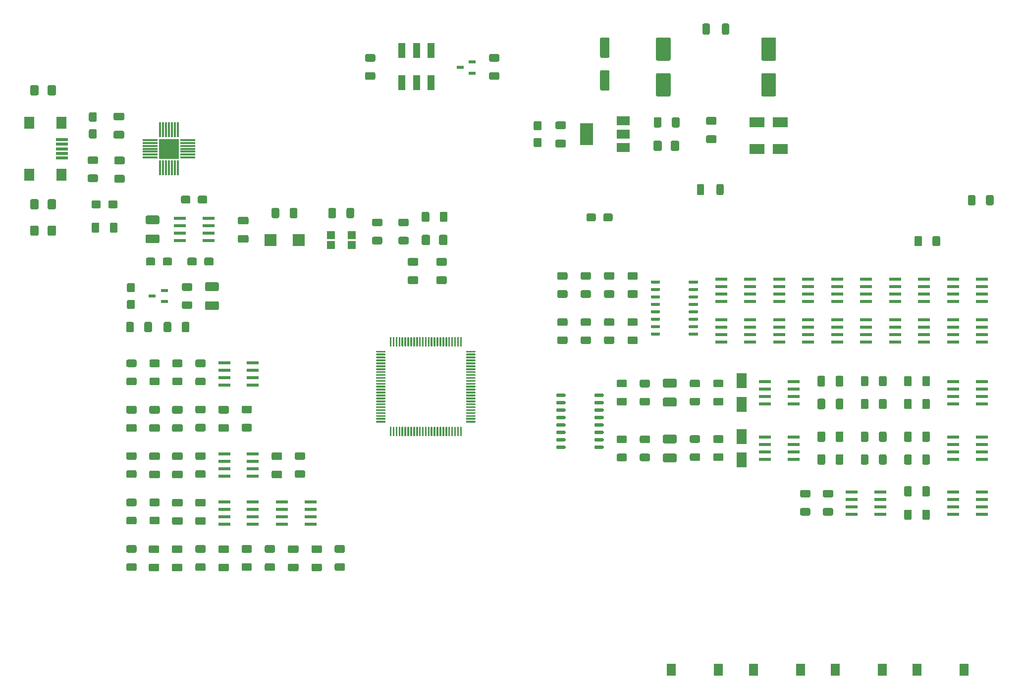
<source format=gbr>
%TF.GenerationSoftware,KiCad,Pcbnew,(5.1.7)-1*%
%TF.CreationDate,2021-04-16T09:21:30+09:00*%
%TF.ProjectId,EEG_Ver1.0A,4545475f-5665-4723-912e-30412e6b6963,Ver1.0A*%
%TF.SameCoordinates,Original*%
%TF.FileFunction,Paste,Top*%
%TF.FilePolarity,Positive*%
%FSLAX46Y46*%
G04 Gerber Fmt 4.6, Leading zero omitted, Abs format (unit mm)*
G04 Created by KiCad (PCBNEW (5.1.7)-1) date 2021-04-16 09:21:30*
%MOMM*%
%LPD*%
G01*
G04 APERTURE LIST*
%ADD10R,2.500000X1.700000*%
%ADD11R,1.400000X1.400000*%
%ADD12R,1.700000X2.500000*%
%ADD13R,1.700000X2.000000*%
%ADD14R,2.000000X0.500000*%
%ADD15R,1.300000X0.600000*%
%ADD16R,2.000000X0.600000*%
%ADD17R,1.550000X2.000000*%
%ADD18R,2.000000X2.000000*%
%ADD19R,1.200000X2.500000*%
%ADD20R,2.200000X1.500000*%
%ADD21R,2.200000X3.800000*%
%ADD22R,3.400000X3.400000*%
%ADD23R,0.300000X2.500000*%
%ADD24R,2.500000X0.300000*%
G04 APERTURE END LIST*
%TO.C,C2*%
G36*
G01*
X197049999Y-43575000D02*
X198350001Y-43575000D01*
G75*
G02*
X198600000Y-43824999I0J-249999D01*
G01*
X198600000Y-44650001D01*
G75*
G02*
X198350001Y-44900000I-249999J0D01*
G01*
X197049999Y-44900000D01*
G75*
G02*
X196800000Y-44650001I0J249999D01*
G01*
X196800000Y-43824999D01*
G75*
G02*
X197049999Y-43575000I249999J0D01*
G01*
G37*
G36*
G01*
X197049999Y-46700000D02*
X198350001Y-46700000D01*
G75*
G02*
X198600000Y-46949999I0J-249999D01*
G01*
X198600000Y-47775001D01*
G75*
G02*
X198350001Y-48025000I-249999J0D01*
G01*
X197049999Y-48025000D01*
G75*
G02*
X196800000Y-47775001I0J249999D01*
G01*
X196800000Y-46949999D01*
G75*
G02*
X197049999Y-46700000I249999J0D01*
G01*
G37*
%TD*%
%TO.C,C1*%
G36*
G01*
X208500000Y-40050000D02*
X206500000Y-40050000D01*
G75*
G02*
X206250000Y-39800000I0J250000D01*
G01*
X206250000Y-36300000D01*
G75*
G02*
X206500000Y-36050000I250000J0D01*
G01*
X208500000Y-36050000D01*
G75*
G02*
X208750000Y-36300000I0J-250000D01*
G01*
X208750000Y-39800000D01*
G75*
G02*
X208500000Y-40050000I-250000J0D01*
G01*
G37*
G36*
G01*
X208500000Y-33950000D02*
X206500000Y-33950000D01*
G75*
G02*
X206250000Y-33700000I0J250000D01*
G01*
X206250000Y-30200000D01*
G75*
G02*
X206500000Y-29950000I250000J0D01*
G01*
X208500000Y-29950000D01*
G75*
G02*
X208750000Y-30200000I0J-250000D01*
G01*
X208750000Y-33700000D01*
G75*
G02*
X208500000Y-33950000I-250000J0D01*
G01*
G37*
%TD*%
%TO.C,C3*%
G36*
G01*
X190500000Y-33950000D02*
X188500000Y-33950000D01*
G75*
G02*
X188250000Y-33700000I0J250000D01*
G01*
X188250000Y-30200000D01*
G75*
G02*
X188500000Y-29950000I250000J0D01*
G01*
X190500000Y-29950000D01*
G75*
G02*
X190750000Y-30200000I0J-250000D01*
G01*
X190750000Y-33700000D01*
G75*
G02*
X190500000Y-33950000I-250000J0D01*
G01*
G37*
G36*
G01*
X190500000Y-40050000D02*
X188500000Y-40050000D01*
G75*
G02*
X188250000Y-39800000I0J250000D01*
G01*
X188250000Y-36300000D01*
G75*
G02*
X188500000Y-36050000I250000J0D01*
G01*
X190500000Y-36050000D01*
G75*
G02*
X190750000Y-36300000I0J-250000D01*
G01*
X190750000Y-39800000D01*
G75*
G02*
X190500000Y-40050000I-250000J0D01*
G01*
G37*
%TD*%
%TO.C,C4*%
G36*
G01*
X180050000Y-39050000D02*
X178950000Y-39050000D01*
G75*
G02*
X178700000Y-38800000I0J250000D01*
G01*
X178700000Y-35800000D01*
G75*
G02*
X178950000Y-35550000I250000J0D01*
G01*
X180050000Y-35550000D01*
G75*
G02*
X180300000Y-35800000I0J-250000D01*
G01*
X180300000Y-38800000D01*
G75*
G02*
X180050000Y-39050000I-250000J0D01*
G01*
G37*
G36*
G01*
X180050000Y-33450000D02*
X178950000Y-33450000D01*
G75*
G02*
X178700000Y-33200000I0J250000D01*
G01*
X178700000Y-30200000D01*
G75*
G02*
X178950000Y-29950000I250000J0D01*
G01*
X180050000Y-29950000D01*
G75*
G02*
X180300000Y-30200000I0J-250000D01*
G01*
X180300000Y-33200000D01*
G75*
G02*
X180050000Y-33450000I-250000J0D01*
G01*
G37*
%TD*%
%TO.C,C5*%
G36*
G01*
X171299999Y-44325000D02*
X172600001Y-44325000D01*
G75*
G02*
X172850000Y-44574999I0J-249999D01*
G01*
X172850000Y-45400001D01*
G75*
G02*
X172600001Y-45650000I-249999J0D01*
G01*
X171299999Y-45650000D01*
G75*
G02*
X171050000Y-45400001I0J249999D01*
G01*
X171050000Y-44574999D01*
G75*
G02*
X171299999Y-44325000I249999J0D01*
G01*
G37*
G36*
G01*
X171299999Y-47450000D02*
X172600001Y-47450000D01*
G75*
G02*
X172850000Y-47699999I0J-249999D01*
G01*
X172850000Y-48525001D01*
G75*
G02*
X172600001Y-48775000I-249999J0D01*
G01*
X171299999Y-48775000D01*
G75*
G02*
X171050000Y-48525001I0J249999D01*
G01*
X171050000Y-47699999D01*
G75*
G02*
X171299999Y-47450000I249999J0D01*
G01*
G37*
%TD*%
%TO.C,C10*%
G36*
G01*
X117049999Y-60625000D02*
X118350001Y-60625000D01*
G75*
G02*
X118600000Y-60874999I0J-249999D01*
G01*
X118600000Y-61700001D01*
G75*
G02*
X118350001Y-61950000I-249999J0D01*
G01*
X117049999Y-61950000D01*
G75*
G02*
X116800000Y-61700001I0J249999D01*
G01*
X116800000Y-60874999D01*
G75*
G02*
X117049999Y-60625000I249999J0D01*
G01*
G37*
G36*
G01*
X117049999Y-63750000D02*
X118350001Y-63750000D01*
G75*
G02*
X118600000Y-63999999I0J-249999D01*
G01*
X118600000Y-64825001D01*
G75*
G02*
X118350001Y-65075000I-249999J0D01*
G01*
X117049999Y-65075000D01*
G75*
G02*
X116800000Y-64825001I0J249999D01*
G01*
X116800000Y-63999999D01*
G75*
G02*
X117049999Y-63750000I249999J0D01*
G01*
G37*
%TD*%
%TO.C,C15*%
G36*
G01*
X167574999Y-44275000D02*
X168425001Y-44275000D01*
G75*
G02*
X168675000Y-44524999I0J-249999D01*
G01*
X168675000Y-45600001D01*
G75*
G02*
X168425001Y-45850000I-249999J0D01*
G01*
X167574999Y-45850000D01*
G75*
G02*
X167325000Y-45600001I0J249999D01*
G01*
X167325000Y-44524999D01*
G75*
G02*
X167574999Y-44275000I249999J0D01*
G01*
G37*
G36*
G01*
X167574999Y-47150000D02*
X168425001Y-47150000D01*
G75*
G02*
X168675000Y-47399999I0J-249999D01*
G01*
X168675000Y-48475001D01*
G75*
G02*
X168425001Y-48725000I-249999J0D01*
G01*
X167574999Y-48725000D01*
G75*
G02*
X167325000Y-48475001I0J249999D01*
G01*
X167325000Y-47399999D01*
G75*
G02*
X167574999Y-47150000I249999J0D01*
G01*
G37*
%TD*%
%TO.C,C19*%
G36*
G01*
X152240001Y-69010000D02*
X150939999Y-69010000D01*
G75*
G02*
X150690000Y-68760001I0J249999D01*
G01*
X150690000Y-67934999D01*
G75*
G02*
X150939999Y-67685000I249999J0D01*
G01*
X152240001Y-67685000D01*
G75*
G02*
X152490000Y-67934999I0J-249999D01*
G01*
X152490000Y-68760001D01*
G75*
G02*
X152240001Y-69010000I-249999J0D01*
G01*
G37*
G36*
G01*
X152240001Y-72135000D02*
X150939999Y-72135000D01*
G75*
G02*
X150690000Y-71885001I0J249999D01*
G01*
X150690000Y-71059999D01*
G75*
G02*
X150939999Y-70810000I249999J0D01*
G01*
X152240001Y-70810000D01*
G75*
G02*
X152490000Y-71059999I0J-249999D01*
G01*
X152490000Y-71885001D01*
G75*
G02*
X152240001Y-72135000I-249999J0D01*
G01*
G37*
%TD*%
%TO.C,C20*%
G36*
G01*
X147360001Y-69010000D02*
X146059999Y-69010000D01*
G75*
G02*
X145810000Y-68760001I0J249999D01*
G01*
X145810000Y-67934999D01*
G75*
G02*
X146059999Y-67685000I249999J0D01*
G01*
X147360001Y-67685000D01*
G75*
G02*
X147610000Y-67934999I0J-249999D01*
G01*
X147610000Y-68760001D01*
G75*
G02*
X147360001Y-69010000I-249999J0D01*
G01*
G37*
G36*
G01*
X147360001Y-72135000D02*
X146059999Y-72135000D01*
G75*
G02*
X145810000Y-71885001I0J249999D01*
G01*
X145810000Y-71059999D01*
G75*
G02*
X146059999Y-70810000I249999J0D01*
G01*
X147360001Y-70810000D01*
G75*
G02*
X147610000Y-71059999I0J-249999D01*
G01*
X147610000Y-71885001D01*
G75*
G02*
X147360001Y-72135000I-249999J0D01*
G01*
G37*
%TD*%
%TO.C,C25*%
G36*
G01*
X179250000Y-61175001D02*
X179250000Y-60324999D01*
G75*
G02*
X179499999Y-60075000I249999J0D01*
G01*
X180575001Y-60075000D01*
G75*
G02*
X180825000Y-60324999I0J-249999D01*
G01*
X180825000Y-61175001D01*
G75*
G02*
X180575001Y-61425000I-249999J0D01*
G01*
X179499999Y-61425000D01*
G75*
G02*
X179250000Y-61175001I0J249999D01*
G01*
G37*
G36*
G01*
X176375000Y-61175001D02*
X176375000Y-60324999D01*
G75*
G02*
X176624999Y-60075000I249999J0D01*
G01*
X177700001Y-60075000D01*
G75*
G02*
X177950000Y-60324999I0J-249999D01*
G01*
X177950000Y-61175001D01*
G75*
G02*
X177700001Y-61425000I-249999J0D01*
G01*
X176624999Y-61425000D01*
G75*
G02*
X176375000Y-61175001I0J249999D01*
G01*
G37*
%TD*%
%TO.C,C29*%
G36*
G01*
X107100001Y-102250000D02*
X105799999Y-102250000D01*
G75*
G02*
X105550000Y-102000001I0J249999D01*
G01*
X105550000Y-101174999D01*
G75*
G02*
X105799999Y-100925000I249999J0D01*
G01*
X107100001Y-100925000D01*
G75*
G02*
X107350000Y-101174999I0J-249999D01*
G01*
X107350000Y-102000001D01*
G75*
G02*
X107100001Y-102250000I-249999J0D01*
G01*
G37*
G36*
G01*
X107100001Y-105375000D02*
X105799999Y-105375000D01*
G75*
G02*
X105550000Y-105125001I0J249999D01*
G01*
X105550000Y-104299999D01*
G75*
G02*
X105799999Y-104050000I249999J0D01*
G01*
X107100001Y-104050000D01*
G75*
G02*
X107350000Y-104299999I0J-249999D01*
G01*
X107350000Y-105125001D01*
G75*
G02*
X107100001Y-105375000I-249999J0D01*
G01*
G37*
%TD*%
%TO.C,C30*%
G36*
G01*
X103200001Y-102250000D02*
X101899999Y-102250000D01*
G75*
G02*
X101650000Y-102000001I0J249999D01*
G01*
X101650000Y-101174999D01*
G75*
G02*
X101899999Y-100925000I249999J0D01*
G01*
X103200001Y-100925000D01*
G75*
G02*
X103450000Y-101174999I0J-249999D01*
G01*
X103450000Y-102000001D01*
G75*
G02*
X103200001Y-102250000I-249999J0D01*
G01*
G37*
G36*
G01*
X103200001Y-105375000D02*
X101899999Y-105375000D01*
G75*
G02*
X101650000Y-105125001I0J249999D01*
G01*
X101650000Y-104299999D01*
G75*
G02*
X101899999Y-104050000I249999J0D01*
G01*
X103200001Y-104050000D01*
G75*
G02*
X103450000Y-104299999I0J-249999D01*
G01*
X103450000Y-105125001D01*
G75*
G02*
X103200001Y-105375000I-249999J0D01*
G01*
G37*
%TD*%
%TO.C,C31*%
G36*
G01*
X97949999Y-92975000D02*
X99250001Y-92975000D01*
G75*
G02*
X99500000Y-93224999I0J-249999D01*
G01*
X99500000Y-94050001D01*
G75*
G02*
X99250001Y-94300000I-249999J0D01*
G01*
X97949999Y-94300000D01*
G75*
G02*
X97700000Y-94050001I0J249999D01*
G01*
X97700000Y-93224999D01*
G75*
G02*
X97949999Y-92975000I249999J0D01*
G01*
G37*
G36*
G01*
X97949999Y-96100000D02*
X99250001Y-96100000D01*
G75*
G02*
X99500000Y-96349999I0J-249999D01*
G01*
X99500000Y-97175001D01*
G75*
G02*
X99250001Y-97425000I-249999J0D01*
G01*
X97949999Y-97425000D01*
G75*
G02*
X97700000Y-97175001I0J249999D01*
G01*
X97700000Y-96349999D01*
G75*
G02*
X97949999Y-96100000I249999J0D01*
G01*
G37*
%TD*%
%TO.C,C32*%
G36*
G01*
X103200001Y-97425000D02*
X101899999Y-97425000D01*
G75*
G02*
X101650000Y-97175001I0J249999D01*
G01*
X101650000Y-96349999D01*
G75*
G02*
X101899999Y-96100000I249999J0D01*
G01*
X103200001Y-96100000D01*
G75*
G02*
X103450000Y-96349999I0J-249999D01*
G01*
X103450000Y-97175001D01*
G75*
G02*
X103200001Y-97425000I-249999J0D01*
G01*
G37*
G36*
G01*
X103200001Y-94300000D02*
X101899999Y-94300000D01*
G75*
G02*
X101650000Y-94050001I0J249999D01*
G01*
X101650000Y-93224999D01*
G75*
G02*
X101899999Y-92975000I249999J0D01*
G01*
X103200001Y-92975000D01*
G75*
G02*
X103450000Y-93224999I0J-249999D01*
G01*
X103450000Y-94050001D01*
G75*
G02*
X103200001Y-94300000I-249999J0D01*
G01*
G37*
%TD*%
%TO.C,C33*%
G36*
G01*
X108650000Y-57274999D02*
X108650000Y-58125001D01*
G75*
G02*
X108400001Y-58375000I-249999J0D01*
G01*
X107324999Y-58375000D01*
G75*
G02*
X107075000Y-58125001I0J249999D01*
G01*
X107075000Y-57274999D01*
G75*
G02*
X107324999Y-57025000I249999J0D01*
G01*
X108400001Y-57025000D01*
G75*
G02*
X108650000Y-57274999I0J-249999D01*
G01*
G37*
G36*
G01*
X111525000Y-57274999D02*
X111525000Y-58125001D01*
G75*
G02*
X111275001Y-58375000I-249999J0D01*
G01*
X110199999Y-58375000D01*
G75*
G02*
X109950000Y-58125001I0J249999D01*
G01*
X109950000Y-57274999D01*
G75*
G02*
X110199999Y-57025000I249999J0D01*
G01*
X111275001Y-57025000D01*
G75*
G02*
X111525000Y-57274999I0J-249999D01*
G01*
G37*
%TD*%
%TO.C,C34*%
G36*
G01*
X107100001Y-97425000D02*
X105799999Y-97425000D01*
G75*
G02*
X105550000Y-97175001I0J249999D01*
G01*
X105550000Y-96349999D01*
G75*
G02*
X105799999Y-96100000I249999J0D01*
G01*
X107100001Y-96100000D01*
G75*
G02*
X107350000Y-96349999I0J-249999D01*
G01*
X107350000Y-97175001D01*
G75*
G02*
X107100001Y-97425000I-249999J0D01*
G01*
G37*
G36*
G01*
X107100001Y-94300000D02*
X105799999Y-94300000D01*
G75*
G02*
X105550000Y-94050001I0J249999D01*
G01*
X105550000Y-93224999D01*
G75*
G02*
X105799999Y-92975000I249999J0D01*
G01*
X107100001Y-92975000D01*
G75*
G02*
X107350000Y-93224999I0J-249999D01*
G01*
X107350000Y-94050001D01*
G75*
G02*
X107100001Y-94300000I-249999J0D01*
G01*
G37*
%TD*%
%TO.C,C35*%
G36*
G01*
X115000001Y-118150000D02*
X113699999Y-118150000D01*
G75*
G02*
X113450000Y-117900001I0J249999D01*
G01*
X113450000Y-117074999D01*
G75*
G02*
X113699999Y-116825000I249999J0D01*
G01*
X115000001Y-116825000D01*
G75*
G02*
X115250000Y-117074999I0J-249999D01*
G01*
X115250000Y-117900001D01*
G75*
G02*
X115000001Y-118150000I-249999J0D01*
G01*
G37*
G36*
G01*
X115000001Y-121275000D02*
X113699999Y-121275000D01*
G75*
G02*
X113450000Y-121025001I0J249999D01*
G01*
X113450000Y-120199999D01*
G75*
G02*
X113699999Y-119950000I249999J0D01*
G01*
X115000001Y-119950000D01*
G75*
G02*
X115250000Y-120199999I0J-249999D01*
G01*
X115250000Y-121025001D01*
G75*
G02*
X115000001Y-121275000I-249999J0D01*
G01*
G37*
%TD*%
%TO.C,C36*%
G36*
G01*
X103125000Y-61915000D02*
X101275000Y-61915000D01*
G75*
G02*
X101025000Y-61665000I0J250000D01*
G01*
X101025000Y-60665000D01*
G75*
G02*
X101275000Y-60415000I250000J0D01*
G01*
X103125000Y-60415000D01*
G75*
G02*
X103375000Y-60665000I0J-250000D01*
G01*
X103375000Y-61665000D01*
G75*
G02*
X103125000Y-61915000I-250000J0D01*
G01*
G37*
G36*
G01*
X103125000Y-65165000D02*
X101275000Y-65165000D01*
G75*
G02*
X101025000Y-64915000I0J250000D01*
G01*
X101025000Y-63915000D01*
G75*
G02*
X101275000Y-63665000I250000J0D01*
G01*
X103125000Y-63665000D01*
G75*
G02*
X103375000Y-63915000I0J-250000D01*
G01*
X103375000Y-64915000D01*
G75*
G02*
X103125000Y-65165000I-250000J0D01*
G01*
G37*
%TD*%
%TO.C,C38*%
G36*
G01*
X105525000Y-67874999D02*
X105525000Y-68725001D01*
G75*
G02*
X105275001Y-68975000I-249999J0D01*
G01*
X104199999Y-68975000D01*
G75*
G02*
X103950000Y-68725001I0J249999D01*
G01*
X103950000Y-67874999D01*
G75*
G02*
X104199999Y-67625000I249999J0D01*
G01*
X105275001Y-67625000D01*
G75*
G02*
X105525000Y-67874999I0J-249999D01*
G01*
G37*
G36*
G01*
X102650000Y-67874999D02*
X102650000Y-68725001D01*
G75*
G02*
X102400001Y-68975000I-249999J0D01*
G01*
X101324999Y-68975000D01*
G75*
G02*
X101075000Y-68725001I0J249999D01*
G01*
X101075000Y-67874999D01*
G75*
G02*
X101324999Y-67625000I249999J0D01*
G01*
X102400001Y-67625000D01*
G75*
G02*
X102650000Y-67874999I0J-249999D01*
G01*
G37*
%TD*%
%TO.C,C39*%
G36*
G01*
X109750000Y-67874999D02*
X109750000Y-68725001D01*
G75*
G02*
X109500001Y-68975000I-249999J0D01*
G01*
X108424999Y-68975000D01*
G75*
G02*
X108175000Y-68725001I0J249999D01*
G01*
X108175000Y-67874999D01*
G75*
G02*
X108424999Y-67625000I249999J0D01*
G01*
X109500001Y-67625000D01*
G75*
G02*
X109750000Y-67874999I0J-249999D01*
G01*
G37*
G36*
G01*
X112625000Y-67874999D02*
X112625000Y-68725001D01*
G75*
G02*
X112375001Y-68975000I-249999J0D01*
G01*
X111299999Y-68975000D01*
G75*
G02*
X111050000Y-68725001I0J249999D01*
G01*
X111050000Y-67874999D01*
G75*
G02*
X111299999Y-67625000I249999J0D01*
G01*
X112375001Y-67625000D01*
G75*
G02*
X112625000Y-67874999I0J-249999D01*
G01*
G37*
%TD*%
%TO.C,C42*%
G36*
G01*
X115000001Y-94300000D02*
X113699999Y-94300000D01*
G75*
G02*
X113450000Y-94050001I0J249999D01*
G01*
X113450000Y-93224999D01*
G75*
G02*
X113699999Y-92975000I249999J0D01*
G01*
X115000001Y-92975000D01*
G75*
G02*
X115250000Y-93224999I0J-249999D01*
G01*
X115250000Y-94050001D01*
G75*
G02*
X115000001Y-94300000I-249999J0D01*
G01*
G37*
G36*
G01*
X115000001Y-97425000D02*
X113699999Y-97425000D01*
G75*
G02*
X113450000Y-97175001I0J249999D01*
G01*
X113450000Y-96349999D01*
G75*
G02*
X113699999Y-96100000I249999J0D01*
G01*
X115000001Y-96100000D01*
G75*
G02*
X115250000Y-96349999I0J-249999D01*
G01*
X115250000Y-97175001D01*
G75*
G02*
X115000001Y-97425000I-249999J0D01*
G01*
G37*
%TD*%
%TO.C,C43*%
G36*
G01*
X122799999Y-100925000D02*
X124100001Y-100925000D01*
G75*
G02*
X124350000Y-101174999I0J-249999D01*
G01*
X124350000Y-102000001D01*
G75*
G02*
X124100001Y-102250000I-249999J0D01*
G01*
X122799999Y-102250000D01*
G75*
G02*
X122550000Y-102000001I0J249999D01*
G01*
X122550000Y-101174999D01*
G75*
G02*
X122799999Y-100925000I249999J0D01*
G01*
G37*
G36*
G01*
X122799999Y-104050000D02*
X124100001Y-104050000D01*
G75*
G02*
X124350000Y-104299999I0J-249999D01*
G01*
X124350000Y-105125001D01*
G75*
G02*
X124100001Y-105375000I-249999J0D01*
G01*
X122799999Y-105375000D01*
G75*
G02*
X122550000Y-105125001I0J249999D01*
G01*
X122550000Y-104299999D01*
G75*
G02*
X122799999Y-104050000I249999J0D01*
G01*
G37*
%TD*%
%TO.C,C44*%
G36*
G01*
X107100001Y-110200000D02*
X105799999Y-110200000D01*
G75*
G02*
X105550000Y-109950001I0J249999D01*
G01*
X105550000Y-109124999D01*
G75*
G02*
X105799999Y-108875000I249999J0D01*
G01*
X107100001Y-108875000D01*
G75*
G02*
X107350000Y-109124999I0J-249999D01*
G01*
X107350000Y-109950001D01*
G75*
G02*
X107100001Y-110200000I-249999J0D01*
G01*
G37*
G36*
G01*
X107100001Y-113325000D02*
X105799999Y-113325000D01*
G75*
G02*
X105550000Y-113075001I0J249999D01*
G01*
X105550000Y-112249999D01*
G75*
G02*
X105799999Y-112000000I249999J0D01*
G01*
X107100001Y-112000000D01*
G75*
G02*
X107350000Y-112249999I0J-249999D01*
G01*
X107350000Y-113075001D01*
G75*
G02*
X107100001Y-113325000I-249999J0D01*
G01*
G37*
%TD*%
%TO.C,C45*%
G36*
G01*
X109749999Y-108875000D02*
X111050001Y-108875000D01*
G75*
G02*
X111300000Y-109124999I0J-249999D01*
G01*
X111300000Y-109950001D01*
G75*
G02*
X111050001Y-110200000I-249999J0D01*
G01*
X109749999Y-110200000D01*
G75*
G02*
X109500000Y-109950001I0J249999D01*
G01*
X109500000Y-109124999D01*
G75*
G02*
X109749999Y-108875000I249999J0D01*
G01*
G37*
G36*
G01*
X109749999Y-112000000D02*
X111050001Y-112000000D01*
G75*
G02*
X111300000Y-112249999I0J-249999D01*
G01*
X111300000Y-113075001D01*
G75*
G02*
X111050001Y-113325000I-249999J0D01*
G01*
X109749999Y-113325000D01*
G75*
G02*
X109500000Y-113075001I0J249999D01*
G01*
X109500000Y-112249999D01*
G75*
G02*
X109749999Y-112000000I249999J0D01*
G01*
G37*
%TD*%
%TO.C,C51*%
G36*
G01*
X113275000Y-73335000D02*
X111425000Y-73335000D01*
G75*
G02*
X111175000Y-73085000I0J250000D01*
G01*
X111175000Y-72085000D01*
G75*
G02*
X111425000Y-71835000I250000J0D01*
G01*
X113275000Y-71835000D01*
G75*
G02*
X113525000Y-72085000I0J-250000D01*
G01*
X113525000Y-73085000D01*
G75*
G02*
X113275000Y-73335000I-250000J0D01*
G01*
G37*
G36*
G01*
X113275000Y-76585000D02*
X111425000Y-76585000D01*
G75*
G02*
X111175000Y-76335000I0J250000D01*
G01*
X111175000Y-75335000D01*
G75*
G02*
X111425000Y-75085000I250000J0D01*
G01*
X113275000Y-75085000D01*
G75*
G02*
X113525000Y-75335000I0J-250000D01*
G01*
X113525000Y-76335000D01*
G75*
G02*
X113275000Y-76585000I-250000J0D01*
G01*
G37*
%TD*%
%TO.C,C52*%
G36*
G01*
X98074999Y-74850000D02*
X98925001Y-74850000D01*
G75*
G02*
X99175000Y-75099999I0J-249999D01*
G01*
X99175000Y-76175001D01*
G75*
G02*
X98925001Y-76425000I-249999J0D01*
G01*
X98074999Y-76425000D01*
G75*
G02*
X97825000Y-76175001I0J249999D01*
G01*
X97825000Y-75099999D01*
G75*
G02*
X98074999Y-74850000I249999J0D01*
G01*
G37*
G36*
G01*
X98074999Y-71975000D02*
X98925001Y-71975000D01*
G75*
G02*
X99175000Y-72224999I0J-249999D01*
G01*
X99175000Y-73300001D01*
G75*
G02*
X98925001Y-73550000I-249999J0D01*
G01*
X98074999Y-73550000D01*
G75*
G02*
X97825000Y-73300001I0J249999D01*
G01*
X97825000Y-72224999D01*
G75*
G02*
X98074999Y-71975000I249999J0D01*
G01*
G37*
%TD*%
%TO.C,C53*%
G36*
G01*
X107050001Y-118162500D02*
X105749999Y-118162500D01*
G75*
G02*
X105500000Y-117912501I0J249999D01*
G01*
X105500000Y-117087499D01*
G75*
G02*
X105749999Y-116837500I249999J0D01*
G01*
X107050001Y-116837500D01*
G75*
G02*
X107300000Y-117087499I0J-249999D01*
G01*
X107300000Y-117912501D01*
G75*
G02*
X107050001Y-118162500I-249999J0D01*
G01*
G37*
G36*
G01*
X107050001Y-121287500D02*
X105749999Y-121287500D01*
G75*
G02*
X105500000Y-121037501I0J249999D01*
G01*
X105500000Y-120212499D01*
G75*
G02*
X105749999Y-119962500I249999J0D01*
G01*
X107050001Y-119962500D01*
G75*
G02*
X107300000Y-120212499I0J-249999D01*
G01*
X107300000Y-121037501D01*
G75*
G02*
X107050001Y-121287500I-249999J0D01*
G01*
G37*
%TD*%
%TO.C,C54*%
G36*
G01*
X101799999Y-116837500D02*
X103100001Y-116837500D01*
G75*
G02*
X103350000Y-117087499I0J-249999D01*
G01*
X103350000Y-117912501D01*
G75*
G02*
X103100001Y-118162500I-249999J0D01*
G01*
X101799999Y-118162500D01*
G75*
G02*
X101550000Y-117912501I0J249999D01*
G01*
X101550000Y-117087499D01*
G75*
G02*
X101799999Y-116837500I249999J0D01*
G01*
G37*
G36*
G01*
X101799999Y-119962500D02*
X103100001Y-119962500D01*
G75*
G02*
X103350000Y-120212499I0J-249999D01*
G01*
X103350000Y-121037501D01*
G75*
G02*
X103100001Y-121287500I-249999J0D01*
G01*
X101799999Y-121287500D01*
G75*
G02*
X101550000Y-121037501I0J249999D01*
G01*
X101550000Y-120212499D01*
G75*
G02*
X101799999Y-119962500I249999J0D01*
G01*
G37*
%TD*%
%TO.C,C57*%
G36*
G01*
X126900001Y-118150000D02*
X125599999Y-118150000D01*
G75*
G02*
X125350000Y-117900001I0J249999D01*
G01*
X125350000Y-117074999D01*
G75*
G02*
X125599999Y-116825000I249999J0D01*
G01*
X126900001Y-116825000D01*
G75*
G02*
X127150000Y-117074999I0J-249999D01*
G01*
X127150000Y-117900001D01*
G75*
G02*
X126900001Y-118150000I-249999J0D01*
G01*
G37*
G36*
G01*
X126900001Y-121275000D02*
X125599999Y-121275000D01*
G75*
G02*
X125350000Y-121025001I0J249999D01*
G01*
X125350000Y-120199999D01*
G75*
G02*
X125599999Y-119950000I249999J0D01*
G01*
X126900001Y-119950000D01*
G75*
G02*
X127150000Y-120199999I0J-249999D01*
G01*
X127150000Y-121025001D01*
G75*
G02*
X126900001Y-121275000I-249999J0D01*
G01*
G37*
%TD*%
%TO.C,C58*%
G36*
G01*
X129599999Y-116825000D02*
X130900001Y-116825000D01*
G75*
G02*
X131150000Y-117074999I0J-249999D01*
G01*
X131150000Y-117900001D01*
G75*
G02*
X130900001Y-118150000I-249999J0D01*
G01*
X129599999Y-118150000D01*
G75*
G02*
X129350000Y-117900001I0J249999D01*
G01*
X129350000Y-117074999D01*
G75*
G02*
X129599999Y-116825000I249999J0D01*
G01*
G37*
G36*
G01*
X129599999Y-119950000D02*
X130900001Y-119950000D01*
G75*
G02*
X131150000Y-120199999I0J-249999D01*
G01*
X131150000Y-121025001D01*
G75*
G02*
X130900001Y-121275000I-249999J0D01*
G01*
X129599999Y-121275000D01*
G75*
G02*
X129350000Y-121025001I0J249999D01*
G01*
X129350000Y-120199999D01*
G75*
G02*
X129599999Y-119950000I249999J0D01*
G01*
G37*
%TD*%
%TO.C,C59*%
G36*
G01*
X189675000Y-91585000D02*
X191525000Y-91585000D01*
G75*
G02*
X191775000Y-91835000I0J-250000D01*
G01*
X191775000Y-92835000D01*
G75*
G02*
X191525000Y-93085000I-250000J0D01*
G01*
X189675000Y-93085000D01*
G75*
G02*
X189425000Y-92835000I0J250000D01*
G01*
X189425000Y-91835000D01*
G75*
G02*
X189675000Y-91585000I250000J0D01*
G01*
G37*
G36*
G01*
X189675000Y-88335000D02*
X191525000Y-88335000D01*
G75*
G02*
X191775000Y-88585000I0J-250000D01*
G01*
X191775000Y-89585000D01*
G75*
G02*
X191525000Y-89835000I-250000J0D01*
G01*
X189675000Y-89835000D01*
G75*
G02*
X189425000Y-89585000I0J250000D01*
G01*
X189425000Y-88585000D01*
G75*
G02*
X189675000Y-88335000I250000J0D01*
G01*
G37*
%TD*%
%TO.C,C60*%
G36*
G01*
X189675000Y-101135000D02*
X191525000Y-101135000D01*
G75*
G02*
X191775000Y-101385000I0J-250000D01*
G01*
X191775000Y-102385000D01*
G75*
G02*
X191525000Y-102635000I-250000J0D01*
G01*
X189675000Y-102635000D01*
G75*
G02*
X189425000Y-102385000I0J250000D01*
G01*
X189425000Y-101385000D01*
G75*
G02*
X189675000Y-101135000I250000J0D01*
G01*
G37*
G36*
G01*
X189675000Y-97885000D02*
X191525000Y-97885000D01*
G75*
G02*
X191775000Y-98135000I0J-250000D01*
G01*
X191775000Y-99135000D01*
G75*
G02*
X191525000Y-99385000I-250000J0D01*
G01*
X189675000Y-99385000D01*
G75*
G02*
X189425000Y-99135000I0J250000D01*
G01*
X189425000Y-98135000D01*
G75*
G02*
X189675000Y-97885000I250000J0D01*
G01*
G37*
%TD*%
%TO.C,C61*%
G36*
G01*
X218937500Y-89400001D02*
X218937500Y-88099999D01*
G75*
G02*
X219187499Y-87850000I249999J0D01*
G01*
X220012501Y-87850000D01*
G75*
G02*
X220262500Y-88099999I0J-249999D01*
G01*
X220262500Y-89400001D01*
G75*
G02*
X220012501Y-89650000I-249999J0D01*
G01*
X219187499Y-89650000D01*
G75*
G02*
X218937500Y-89400001I0J249999D01*
G01*
G37*
G36*
G01*
X215812500Y-89400001D02*
X215812500Y-88099999D01*
G75*
G02*
X216062499Y-87850000I249999J0D01*
G01*
X216887501Y-87850000D01*
G75*
G02*
X217137500Y-88099999I0J-249999D01*
G01*
X217137500Y-89400001D01*
G75*
G02*
X216887501Y-89650000I-249999J0D01*
G01*
X216062499Y-89650000D01*
G75*
G02*
X215812500Y-89400001I0J249999D01*
G01*
G37*
%TD*%
%TO.C,C62*%
G36*
G01*
X215825000Y-98900001D02*
X215825000Y-97599999D01*
G75*
G02*
X216074999Y-97350000I249999J0D01*
G01*
X216900001Y-97350000D01*
G75*
G02*
X217150000Y-97599999I0J-249999D01*
G01*
X217150000Y-98900001D01*
G75*
G02*
X216900001Y-99150000I-249999J0D01*
G01*
X216074999Y-99150000D01*
G75*
G02*
X215825000Y-98900001I0J249999D01*
G01*
G37*
G36*
G01*
X218950000Y-98900001D02*
X218950000Y-97599999D01*
G75*
G02*
X219199999Y-97350000I249999J0D01*
G01*
X220025001Y-97350000D01*
G75*
G02*
X220275000Y-97599999I0J-249999D01*
G01*
X220275000Y-98900001D01*
G75*
G02*
X220025001Y-99150000I-249999J0D01*
G01*
X219199999Y-99150000D01*
G75*
G02*
X218950000Y-98900001I0J249999D01*
G01*
G37*
%TD*%
%TO.C,C63*%
G36*
G01*
X215825000Y-93300001D02*
X215825000Y-91999999D01*
G75*
G02*
X216074999Y-91750000I249999J0D01*
G01*
X216900001Y-91750000D01*
G75*
G02*
X217150000Y-91999999I0J-249999D01*
G01*
X217150000Y-93300001D01*
G75*
G02*
X216900001Y-93550000I-249999J0D01*
G01*
X216074999Y-93550000D01*
G75*
G02*
X215825000Y-93300001I0J249999D01*
G01*
G37*
G36*
G01*
X218950000Y-93300001D02*
X218950000Y-91999999D01*
G75*
G02*
X219199999Y-91750000I249999J0D01*
G01*
X220025001Y-91750000D01*
G75*
G02*
X220275000Y-91999999I0J-249999D01*
G01*
X220275000Y-93300001D01*
G75*
G02*
X220025001Y-93550000I-249999J0D01*
G01*
X219199999Y-93550000D01*
G75*
G02*
X218950000Y-93300001I0J249999D01*
G01*
G37*
%TD*%
%TO.C,C64*%
G36*
G01*
X215825000Y-102800001D02*
X215825000Y-101499999D01*
G75*
G02*
X216074999Y-101250000I249999J0D01*
G01*
X216900001Y-101250000D01*
G75*
G02*
X217150000Y-101499999I0J-249999D01*
G01*
X217150000Y-102800001D01*
G75*
G02*
X216900001Y-103050000I-249999J0D01*
G01*
X216074999Y-103050000D01*
G75*
G02*
X215825000Y-102800001I0J249999D01*
G01*
G37*
G36*
G01*
X218950000Y-102800001D02*
X218950000Y-101499999D01*
G75*
G02*
X219199999Y-101250000I249999J0D01*
G01*
X220025001Y-101250000D01*
G75*
G02*
X220275000Y-101499999I0J-249999D01*
G01*
X220275000Y-102800001D01*
G75*
G02*
X220025001Y-103050000I-249999J0D01*
G01*
X219199999Y-103050000D01*
G75*
G02*
X218950000Y-102800001I0J249999D01*
G01*
G37*
%TD*%
%TO.C,C66*%
G36*
G01*
X97200001Y-54787500D02*
X95899999Y-54787500D01*
G75*
G02*
X95650000Y-54537501I0J249999D01*
G01*
X95650000Y-53712499D01*
G75*
G02*
X95899999Y-53462500I249999J0D01*
G01*
X97200001Y-53462500D01*
G75*
G02*
X97450000Y-53712499I0J-249999D01*
G01*
X97450000Y-54537501D01*
G75*
G02*
X97200001Y-54787500I-249999J0D01*
G01*
G37*
G36*
G01*
X97200001Y-51662500D02*
X95899999Y-51662500D01*
G75*
G02*
X95650000Y-51412501I0J249999D01*
G01*
X95650000Y-50587499D01*
G75*
G02*
X95899999Y-50337500I249999J0D01*
G01*
X97200001Y-50337500D01*
G75*
G02*
X97450000Y-50587499I0J-249999D01*
G01*
X97450000Y-51412501D01*
G75*
G02*
X97200001Y-51662500I-249999J0D01*
G01*
G37*
%TD*%
%TO.C,C67*%
G36*
G01*
X95799999Y-45950000D02*
X97100001Y-45950000D01*
G75*
G02*
X97350000Y-46199999I0J-249999D01*
G01*
X97350000Y-47025001D01*
G75*
G02*
X97100001Y-47275000I-249999J0D01*
G01*
X95799999Y-47275000D01*
G75*
G02*
X95550000Y-47025001I0J249999D01*
G01*
X95550000Y-46199999D01*
G75*
G02*
X95799999Y-45950000I249999J0D01*
G01*
G37*
G36*
G01*
X95799999Y-42825000D02*
X97100001Y-42825000D01*
G75*
G02*
X97350000Y-43074999I0J-249999D01*
G01*
X97350000Y-43900001D01*
G75*
G02*
X97100001Y-44150000I-249999J0D01*
G01*
X95799999Y-44150000D01*
G75*
G02*
X95550000Y-43900001I0J249999D01*
G01*
X95550000Y-43074999D01*
G75*
G02*
X95799999Y-42825000I249999J0D01*
G01*
G37*
%TD*%
%TO.C,C68*%
G36*
G01*
X92425001Y-47225000D02*
X91574999Y-47225000D01*
G75*
G02*
X91325000Y-46975001I0J249999D01*
G01*
X91325000Y-45899999D01*
G75*
G02*
X91574999Y-45650000I249999J0D01*
G01*
X92425001Y-45650000D01*
G75*
G02*
X92675000Y-45899999I0J-249999D01*
G01*
X92675000Y-46975001D01*
G75*
G02*
X92425001Y-47225000I-249999J0D01*
G01*
G37*
G36*
G01*
X92425001Y-44350000D02*
X91574999Y-44350000D01*
G75*
G02*
X91325000Y-44100001I0J249999D01*
G01*
X91325000Y-43024999D01*
G75*
G02*
X91574999Y-42775000I249999J0D01*
G01*
X92425001Y-42775000D01*
G75*
G02*
X92675000Y-43024999I0J-249999D01*
G01*
X92675000Y-44100001D01*
G75*
G02*
X92425001Y-44350000I-249999J0D01*
G01*
G37*
%TD*%
%TO.C,C69*%
G36*
G01*
X94650000Y-58925001D02*
X94650000Y-58074999D01*
G75*
G02*
X94899999Y-57825000I249999J0D01*
G01*
X95975001Y-57825000D01*
G75*
G02*
X96225000Y-58074999I0J-249999D01*
G01*
X96225000Y-58925001D01*
G75*
G02*
X95975001Y-59175000I-249999J0D01*
G01*
X94899999Y-59175000D01*
G75*
G02*
X94650000Y-58925001I0J249999D01*
G01*
G37*
G36*
G01*
X91775000Y-58925001D02*
X91775000Y-58074999D01*
G75*
G02*
X92024999Y-57825000I249999J0D01*
G01*
X93100001Y-57825000D01*
G75*
G02*
X93350000Y-58074999I0J-249999D01*
G01*
X93350000Y-58925001D01*
G75*
G02*
X93100001Y-59175000I-249999J0D01*
G01*
X92024999Y-59175000D01*
G75*
G02*
X91775000Y-58925001I0J249999D01*
G01*
G37*
%TD*%
D10*
%TO.C,D1*%
X205500000Y-49000000D03*
X209500000Y-49000000D03*
%TD*%
%TO.C,D2*%
X209500000Y-44500000D03*
X205500000Y-44500000D03*
%TD*%
%TO.C,D3*%
G36*
G01*
X187800000Y-49125000D02*
X187800000Y-47875000D01*
G75*
G02*
X188050000Y-47625000I250000J0D01*
G01*
X188975000Y-47625000D01*
G75*
G02*
X189225000Y-47875000I0J-250000D01*
G01*
X189225000Y-49125000D01*
G75*
G02*
X188975000Y-49375000I-250000J0D01*
G01*
X188050000Y-49375000D01*
G75*
G02*
X187800000Y-49125000I0J250000D01*
G01*
G37*
G36*
G01*
X190775000Y-49125000D02*
X190775000Y-47875000D01*
G75*
G02*
X191025000Y-47625000I250000J0D01*
G01*
X191950000Y-47625000D01*
G75*
G02*
X192200000Y-47875000I0J-250000D01*
G01*
X192200000Y-49125000D01*
G75*
G02*
X191950000Y-49375000I-250000J0D01*
G01*
X191025000Y-49375000D01*
G75*
G02*
X190775000Y-49125000I0J250000D01*
G01*
G37*
%TD*%
D11*
%TO.C,D4*%
X132650000Y-65425000D03*
X136250000Y-65425000D03*
X136250000Y-63775000D03*
X132650000Y-63775000D03*
%TD*%
%TO.C,D5*%
G36*
G01*
X148200000Y-65225000D02*
X148200000Y-63975000D01*
G75*
G02*
X148450000Y-63725000I250000J0D01*
G01*
X149375000Y-63725000D01*
G75*
G02*
X149625000Y-63975000I0J-250000D01*
G01*
X149625000Y-65225000D01*
G75*
G02*
X149375000Y-65475000I-250000J0D01*
G01*
X148450000Y-65475000D01*
G75*
G02*
X148200000Y-65225000I0J250000D01*
G01*
G37*
G36*
G01*
X151175000Y-65225000D02*
X151175000Y-63975000D01*
G75*
G02*
X151425000Y-63725000I250000J0D01*
G01*
X152350000Y-63725000D01*
G75*
G02*
X152600000Y-63975000I0J-250000D01*
G01*
X152600000Y-65225000D01*
G75*
G02*
X152350000Y-65475000I-250000J0D01*
G01*
X151425000Y-65475000D01*
G75*
G02*
X151175000Y-65225000I0J250000D01*
G01*
G37*
%TD*%
D12*
%TO.C,D6*%
X202850000Y-88700000D03*
X202850000Y-92700000D03*
%TD*%
%TO.C,D7*%
X202850000Y-102200000D03*
X202850000Y-98200000D03*
%TD*%
%TO.C,D8*%
G36*
G01*
X81300000Y-39625000D02*
X81300000Y-38375000D01*
G75*
G02*
X81550000Y-38125000I250000J0D01*
G01*
X82475000Y-38125000D01*
G75*
G02*
X82725000Y-38375000I0J-250000D01*
G01*
X82725000Y-39625000D01*
G75*
G02*
X82475000Y-39875000I-250000J0D01*
G01*
X81550000Y-39875000D01*
G75*
G02*
X81300000Y-39625000I0J250000D01*
G01*
G37*
G36*
G01*
X84275000Y-39625000D02*
X84275000Y-38375000D01*
G75*
G02*
X84525000Y-38125000I250000J0D01*
G01*
X85450000Y-38125000D01*
G75*
G02*
X85700000Y-38375000I0J-250000D01*
G01*
X85700000Y-39625000D01*
G75*
G02*
X85450000Y-39875000I-250000J0D01*
G01*
X84525000Y-39875000D01*
G75*
G02*
X84275000Y-39625000I0J250000D01*
G01*
G37*
%TD*%
%TO.C,D9*%
G36*
G01*
X81300000Y-63625000D02*
X81300000Y-62375000D01*
G75*
G02*
X81550000Y-62125000I250000J0D01*
G01*
X82475000Y-62125000D01*
G75*
G02*
X82725000Y-62375000I0J-250000D01*
G01*
X82725000Y-63625000D01*
G75*
G02*
X82475000Y-63875000I-250000J0D01*
G01*
X81550000Y-63875000D01*
G75*
G02*
X81300000Y-63625000I0J250000D01*
G01*
G37*
G36*
G01*
X84275000Y-63625000D02*
X84275000Y-62375000D01*
G75*
G02*
X84525000Y-62125000I250000J0D01*
G01*
X85450000Y-62125000D01*
G75*
G02*
X85700000Y-62375000I0J-250000D01*
G01*
X85700000Y-63625000D01*
G75*
G02*
X85450000Y-63875000I-250000J0D01*
G01*
X84525000Y-63875000D01*
G75*
G02*
X84275000Y-63625000I0J250000D01*
G01*
G37*
%TD*%
%TO.C,D10*%
G36*
G01*
X81300000Y-59125000D02*
X81300000Y-57875000D01*
G75*
G02*
X81550000Y-57625000I250000J0D01*
G01*
X82475000Y-57625000D01*
G75*
G02*
X82725000Y-57875000I0J-250000D01*
G01*
X82725000Y-59125000D01*
G75*
G02*
X82475000Y-59375000I-250000J0D01*
G01*
X81550000Y-59375000D01*
G75*
G02*
X81300000Y-59125000I0J250000D01*
G01*
G37*
G36*
G01*
X84275000Y-59125000D02*
X84275000Y-57875000D01*
G75*
G02*
X84525000Y-57625000I250000J0D01*
G01*
X85450000Y-57625000D01*
G75*
G02*
X85700000Y-57875000I0J-250000D01*
G01*
X85700000Y-59125000D01*
G75*
G02*
X85450000Y-59375000I-250000J0D01*
G01*
X84525000Y-59375000D01*
G75*
G02*
X84275000Y-59125000I0J250000D01*
G01*
G37*
%TD*%
%TO.C,FB1*%
G36*
G01*
X195250000Y-56675000D02*
X195250000Y-55275000D01*
G75*
G02*
X195500000Y-55025000I250000J0D01*
G01*
X196225000Y-55025000D01*
G75*
G02*
X196475000Y-55275000I0J-250000D01*
G01*
X196475000Y-56675000D01*
G75*
G02*
X196225000Y-56925000I-250000J0D01*
G01*
X195500000Y-56925000D01*
G75*
G02*
X195250000Y-56675000I0J250000D01*
G01*
G37*
G36*
G01*
X198575000Y-56675000D02*
X198575000Y-55275000D01*
G75*
G02*
X198825000Y-55025000I250000J0D01*
G01*
X199550000Y-55025000D01*
G75*
G02*
X199800000Y-55275000I0J-250000D01*
G01*
X199800000Y-56675000D01*
G75*
G02*
X199550000Y-56925000I-250000J0D01*
G01*
X198825000Y-56925000D01*
G75*
G02*
X198575000Y-56675000I0J250000D01*
G01*
G37*
%TD*%
%TO.C,FB2*%
G36*
G01*
X197425000Y-27825000D02*
X197425000Y-29225000D01*
G75*
G02*
X197175000Y-29475000I-250000J0D01*
G01*
X196450000Y-29475000D01*
G75*
G02*
X196200000Y-29225000I0J250000D01*
G01*
X196200000Y-27825000D01*
G75*
G02*
X196450000Y-27575000I250000J0D01*
G01*
X197175000Y-27575000D01*
G75*
G02*
X197425000Y-27825000I0J-250000D01*
G01*
G37*
G36*
G01*
X200750000Y-27825000D02*
X200750000Y-29225000D01*
G75*
G02*
X200500000Y-29475000I-250000J0D01*
G01*
X199775000Y-29475000D01*
G75*
G02*
X199525000Y-29225000I0J250000D01*
G01*
X199525000Y-27825000D01*
G75*
G02*
X199775000Y-27575000I250000J0D01*
G01*
X200500000Y-27575000D01*
G75*
G02*
X200750000Y-27825000I0J-250000D01*
G01*
G37*
%TD*%
D13*
%TO.C,J10*%
X81150000Y-53450000D03*
X86600000Y-53450000D03*
X81150000Y-44550000D03*
X86600000Y-44550000D03*
D14*
X86700000Y-50600000D03*
X86700000Y-49800000D03*
X86700000Y-49000000D03*
X86700000Y-48200000D03*
X86700000Y-47400000D03*
%TD*%
D15*
%TO.C,Q1*%
X156850000Y-36050000D03*
X156850000Y-34150000D03*
X154750000Y-35100000D03*
%TD*%
D16*
%TO.C,Q2*%
X239050000Y-73885000D03*
X243950000Y-71345000D03*
X243950000Y-72615000D03*
X243950000Y-73885000D03*
X243950000Y-75155000D03*
X239050000Y-75155000D03*
X239050000Y-72615000D03*
X239050000Y-71345000D03*
%TD*%
%TO.C,Q3*%
X239050000Y-80785000D03*
X243950000Y-78245000D03*
X243950000Y-79515000D03*
X243950000Y-80785000D03*
X243950000Y-82055000D03*
X239050000Y-82055000D03*
X239050000Y-79515000D03*
X239050000Y-78245000D03*
%TD*%
%TO.C,Q4*%
X229150000Y-71345000D03*
X229150000Y-72615000D03*
X229150000Y-75155000D03*
X234050000Y-75155000D03*
X234050000Y-73885000D03*
X234050000Y-72615000D03*
X234050000Y-71345000D03*
X229150000Y-73885000D03*
%TD*%
%TO.C,Q5*%
X229150000Y-80785000D03*
X234050000Y-78245000D03*
X234050000Y-79515000D03*
X234050000Y-80785000D03*
X234050000Y-82055000D03*
X229150000Y-82055000D03*
X229150000Y-79515000D03*
X229150000Y-78245000D03*
%TD*%
%TO.C,Q6*%
X219250000Y-71345000D03*
X219250000Y-72615000D03*
X219250000Y-75155000D03*
X224150000Y-75155000D03*
X224150000Y-73885000D03*
X224150000Y-72615000D03*
X224150000Y-71345000D03*
X219250000Y-73885000D03*
%TD*%
%TO.C,Q7*%
X219250000Y-80785000D03*
X224150000Y-78245000D03*
X224150000Y-79515000D03*
X224150000Y-80785000D03*
X224150000Y-82055000D03*
X219250000Y-82055000D03*
X219250000Y-79515000D03*
X219250000Y-78245000D03*
%TD*%
%TO.C,Q8*%
X209350000Y-71345000D03*
X209350000Y-72615000D03*
X209350000Y-75155000D03*
X214250000Y-75155000D03*
X214250000Y-73885000D03*
X214250000Y-72615000D03*
X214250000Y-71345000D03*
X209350000Y-73885000D03*
%TD*%
%TO.C,Q9*%
X209350000Y-80785000D03*
X214250000Y-78245000D03*
X214250000Y-79515000D03*
X214250000Y-80785000D03*
X214250000Y-82055000D03*
X209350000Y-82055000D03*
X209350000Y-79515000D03*
X209350000Y-78245000D03*
%TD*%
%TO.C,Q10*%
X199450000Y-73885000D03*
X204350000Y-71345000D03*
X204350000Y-72615000D03*
X204350000Y-73885000D03*
X204350000Y-75155000D03*
X199450000Y-75155000D03*
X199450000Y-72615000D03*
X199450000Y-71345000D03*
%TD*%
%TO.C,Q11*%
X199450000Y-78245000D03*
X199450000Y-79515000D03*
X199450000Y-82055000D03*
X204350000Y-82055000D03*
X204350000Y-80785000D03*
X204350000Y-79515000D03*
X204350000Y-78245000D03*
X199450000Y-80785000D03*
%TD*%
%TO.C,Q12*%
X239050000Y-91335000D03*
X243950000Y-88795000D03*
X243950000Y-90065000D03*
X243950000Y-91335000D03*
X243950000Y-92605000D03*
X239050000Y-92605000D03*
X239050000Y-90065000D03*
X239050000Y-88795000D03*
%TD*%
%TO.C,Q13*%
X239050000Y-100835000D03*
X243950000Y-98295000D03*
X243950000Y-99565000D03*
X243950000Y-100835000D03*
X243950000Y-102105000D03*
X239050000Y-102105000D03*
X239050000Y-99565000D03*
X239050000Y-98295000D03*
%TD*%
%TO.C,Q14*%
X239050000Y-110235000D03*
X243950000Y-107695000D03*
X243950000Y-108965000D03*
X243950000Y-110235000D03*
X243950000Y-111505000D03*
X239050000Y-111505000D03*
X239050000Y-108965000D03*
X239050000Y-107695000D03*
%TD*%
%TO.C,R1*%
G36*
G01*
X190970000Y-45115000D02*
X190970000Y-43865000D01*
G75*
G02*
X191220000Y-43615000I250000J0D01*
G01*
X192020000Y-43615000D01*
G75*
G02*
X192270000Y-43865000I0J-250000D01*
G01*
X192270000Y-45115000D01*
G75*
G02*
X192020000Y-45365000I-250000J0D01*
G01*
X191220000Y-45365000D01*
G75*
G02*
X190970000Y-45115000I0J250000D01*
G01*
G37*
G36*
G01*
X187870000Y-45115000D02*
X187870000Y-43865000D01*
G75*
G02*
X188120000Y-43615000I250000J0D01*
G01*
X188920000Y-43615000D01*
G75*
G02*
X189170000Y-43865000I0J-250000D01*
G01*
X189170000Y-45115000D01*
G75*
G02*
X188920000Y-45365000I-250000J0D01*
G01*
X188120000Y-45365000D01*
G75*
G02*
X187870000Y-45115000I0J250000D01*
G01*
G37*
%TD*%
%TO.C,R2*%
G36*
G01*
X145725000Y-62250000D02*
X144475000Y-62250000D01*
G75*
G02*
X144225000Y-62000000I0J250000D01*
G01*
X144225000Y-61200000D01*
G75*
G02*
X144475000Y-60950000I250000J0D01*
G01*
X145725000Y-60950000D01*
G75*
G02*
X145975000Y-61200000I0J-250000D01*
G01*
X145975000Y-62000000D01*
G75*
G02*
X145725000Y-62250000I-250000J0D01*
G01*
G37*
G36*
G01*
X145725000Y-65350000D02*
X144475000Y-65350000D01*
G75*
G02*
X144225000Y-65100000I0J250000D01*
G01*
X144225000Y-64300000D01*
G75*
G02*
X144475000Y-64050000I250000J0D01*
G01*
X145725000Y-64050000D01*
G75*
G02*
X145975000Y-64300000I0J-250000D01*
G01*
X145975000Y-65100000D01*
G75*
G02*
X145725000Y-65350000I-250000J0D01*
G01*
G37*
%TD*%
%TO.C,R3*%
G36*
G01*
X141225000Y-62250000D02*
X139975000Y-62250000D01*
G75*
G02*
X139725000Y-62000000I0J250000D01*
G01*
X139725000Y-61200000D01*
G75*
G02*
X139975000Y-60950000I250000J0D01*
G01*
X141225000Y-60950000D01*
G75*
G02*
X141475000Y-61200000I0J-250000D01*
G01*
X141475000Y-62000000D01*
G75*
G02*
X141225000Y-62250000I-250000J0D01*
G01*
G37*
G36*
G01*
X141225000Y-65350000D02*
X139975000Y-65350000D01*
G75*
G02*
X139725000Y-65100000I0J250000D01*
G01*
X139725000Y-64300000D01*
G75*
G02*
X139975000Y-64050000I250000J0D01*
G01*
X141225000Y-64050000D01*
G75*
G02*
X141475000Y-64300000I0J-250000D01*
G01*
X141475000Y-65100000D01*
G75*
G02*
X141225000Y-65350000I-250000J0D01*
G01*
G37*
%TD*%
%TO.C,R4*%
G36*
G01*
X132250000Y-60625000D02*
X132250000Y-59375000D01*
G75*
G02*
X132500000Y-59125000I250000J0D01*
G01*
X133300000Y-59125000D01*
G75*
G02*
X133550000Y-59375000I0J-250000D01*
G01*
X133550000Y-60625000D01*
G75*
G02*
X133300000Y-60875000I-250000J0D01*
G01*
X132500000Y-60875000D01*
G75*
G02*
X132250000Y-60625000I0J250000D01*
G01*
G37*
G36*
G01*
X135350000Y-60625000D02*
X135350000Y-59375000D01*
G75*
G02*
X135600000Y-59125000I250000J0D01*
G01*
X136400000Y-59125000D01*
G75*
G02*
X136650000Y-59375000I0J-250000D01*
G01*
X136650000Y-60625000D01*
G75*
G02*
X136400000Y-60875000I-250000J0D01*
G01*
X135600000Y-60875000D01*
G75*
G02*
X135350000Y-60625000I0J250000D01*
G01*
G37*
%TD*%
%TO.C,R5*%
G36*
G01*
X151300000Y-61275000D02*
X151300000Y-60025000D01*
G75*
G02*
X151550000Y-59775000I250000J0D01*
G01*
X152350000Y-59775000D01*
G75*
G02*
X152600000Y-60025000I0J-250000D01*
G01*
X152600000Y-61275000D01*
G75*
G02*
X152350000Y-61525000I-250000J0D01*
G01*
X151550000Y-61525000D01*
G75*
G02*
X151300000Y-61275000I0J250000D01*
G01*
G37*
G36*
G01*
X148200000Y-61275000D02*
X148200000Y-60025000D01*
G75*
G02*
X148450000Y-59775000I250000J0D01*
G01*
X149250000Y-59775000D01*
G75*
G02*
X149500000Y-60025000I0J-250000D01*
G01*
X149500000Y-61275000D01*
G75*
G02*
X149250000Y-61525000I-250000J0D01*
G01*
X148450000Y-61525000D01*
G75*
G02*
X148200000Y-61275000I0J250000D01*
G01*
G37*
%TD*%
%TO.C,R6*%
G36*
G01*
X159975000Y-32800000D02*
X161225000Y-32800000D01*
G75*
G02*
X161475000Y-33050000I0J-250000D01*
G01*
X161475000Y-33850000D01*
G75*
G02*
X161225000Y-34100000I-250000J0D01*
G01*
X159975000Y-34100000D01*
G75*
G02*
X159725000Y-33850000I0J250000D01*
G01*
X159725000Y-33050000D01*
G75*
G02*
X159975000Y-32800000I250000J0D01*
G01*
G37*
G36*
G01*
X159975000Y-35900000D02*
X161225000Y-35900000D01*
G75*
G02*
X161475000Y-36150000I0J-250000D01*
G01*
X161475000Y-36950000D01*
G75*
G02*
X161225000Y-37200000I-250000J0D01*
G01*
X159975000Y-37200000D01*
G75*
G02*
X159725000Y-36950000I0J250000D01*
G01*
X159725000Y-36150000D01*
G75*
G02*
X159975000Y-35900000I250000J0D01*
G01*
G37*
%TD*%
%TO.C,R7*%
G36*
G01*
X122550000Y-60625000D02*
X122550000Y-59375000D01*
G75*
G02*
X122800000Y-59125000I250000J0D01*
G01*
X123600000Y-59125000D01*
G75*
G02*
X123850000Y-59375000I0J-250000D01*
G01*
X123850000Y-60625000D01*
G75*
G02*
X123600000Y-60875000I-250000J0D01*
G01*
X122800000Y-60875000D01*
G75*
G02*
X122550000Y-60625000I0J250000D01*
G01*
G37*
G36*
G01*
X125650000Y-60625000D02*
X125650000Y-59375000D01*
G75*
G02*
X125900000Y-59125000I250000J0D01*
G01*
X126700000Y-59125000D01*
G75*
G02*
X126950000Y-59375000I0J-250000D01*
G01*
X126950000Y-60625000D01*
G75*
G02*
X126700000Y-60875000I-250000J0D01*
G01*
X125900000Y-60875000D01*
G75*
G02*
X125650000Y-60625000I0J250000D01*
G01*
G37*
%TD*%
%TO.C,R8*%
G36*
G01*
X138775000Y-32800000D02*
X140025000Y-32800000D01*
G75*
G02*
X140275000Y-33050000I0J-250000D01*
G01*
X140275000Y-33850000D01*
G75*
G02*
X140025000Y-34100000I-250000J0D01*
G01*
X138775000Y-34100000D01*
G75*
G02*
X138525000Y-33850000I0J250000D01*
G01*
X138525000Y-33050000D01*
G75*
G02*
X138775000Y-32800000I250000J0D01*
G01*
G37*
G36*
G01*
X138775000Y-35900000D02*
X140025000Y-35900000D01*
G75*
G02*
X140275000Y-36150000I0J-250000D01*
G01*
X140275000Y-36950000D01*
G75*
G02*
X140025000Y-37200000I-250000J0D01*
G01*
X138775000Y-37200000D01*
G75*
G02*
X138525000Y-36950000I0J250000D01*
G01*
X138525000Y-36150000D01*
G75*
G02*
X138775000Y-35900000I250000J0D01*
G01*
G37*
%TD*%
%TO.C,R11*%
G36*
G01*
X97975000Y-104000000D02*
X99225000Y-104000000D01*
G75*
G02*
X99475000Y-104250000I0J-250000D01*
G01*
X99475000Y-105050000D01*
G75*
G02*
X99225000Y-105300000I-250000J0D01*
G01*
X97975000Y-105300000D01*
G75*
G02*
X97725000Y-105050000I0J250000D01*
G01*
X97725000Y-104250000D01*
G75*
G02*
X97975000Y-104000000I250000J0D01*
G01*
G37*
G36*
G01*
X97975000Y-100900000D02*
X99225000Y-100900000D01*
G75*
G02*
X99475000Y-101150000I0J-250000D01*
G01*
X99475000Y-101950000D01*
G75*
G02*
X99225000Y-102200000I-250000J0D01*
G01*
X97975000Y-102200000D01*
G75*
G02*
X97725000Y-101950000I0J250000D01*
G01*
X97725000Y-101150000D01*
G75*
G02*
X97975000Y-100900000I250000J0D01*
G01*
G37*
%TD*%
%TO.C,R12*%
G36*
G01*
X97975000Y-85050000D02*
X99225000Y-85050000D01*
G75*
G02*
X99475000Y-85300000I0J-250000D01*
G01*
X99475000Y-86100000D01*
G75*
G02*
X99225000Y-86350000I-250000J0D01*
G01*
X97975000Y-86350000D01*
G75*
G02*
X97725000Y-86100000I0J250000D01*
G01*
X97725000Y-85300000D01*
G75*
G02*
X97975000Y-85050000I250000J0D01*
G01*
G37*
G36*
G01*
X97975000Y-88150000D02*
X99225000Y-88150000D01*
G75*
G02*
X99475000Y-88400000I0J-250000D01*
G01*
X99475000Y-89200000D01*
G75*
G02*
X99225000Y-89450000I-250000J0D01*
G01*
X97975000Y-89450000D01*
G75*
G02*
X97725000Y-89200000I0J250000D01*
G01*
X97725000Y-88400000D01*
G75*
G02*
X97975000Y-88150000I250000J0D01*
G01*
G37*
%TD*%
%TO.C,R13*%
G36*
G01*
X101925000Y-85050000D02*
X103175000Y-85050000D01*
G75*
G02*
X103425000Y-85300000I0J-250000D01*
G01*
X103425000Y-86100000D01*
G75*
G02*
X103175000Y-86350000I-250000J0D01*
G01*
X101925000Y-86350000D01*
G75*
G02*
X101675000Y-86100000I0J250000D01*
G01*
X101675000Y-85300000D01*
G75*
G02*
X101925000Y-85050000I250000J0D01*
G01*
G37*
G36*
G01*
X101925000Y-88150000D02*
X103175000Y-88150000D01*
G75*
G02*
X103425000Y-88400000I0J-250000D01*
G01*
X103425000Y-89200000D01*
G75*
G02*
X103175000Y-89450000I-250000J0D01*
G01*
X101925000Y-89450000D01*
G75*
G02*
X101675000Y-89200000I0J250000D01*
G01*
X101675000Y-88400000D01*
G75*
G02*
X101925000Y-88150000I250000J0D01*
G01*
G37*
%TD*%
%TO.C,R14*%
G36*
G01*
X109775000Y-104000000D02*
X111025000Y-104000000D01*
G75*
G02*
X111275000Y-104250000I0J-250000D01*
G01*
X111275000Y-105050000D01*
G75*
G02*
X111025000Y-105300000I-250000J0D01*
G01*
X109775000Y-105300000D01*
G75*
G02*
X109525000Y-105050000I0J250000D01*
G01*
X109525000Y-104250000D01*
G75*
G02*
X109775000Y-104000000I250000J0D01*
G01*
G37*
G36*
G01*
X109775000Y-100900000D02*
X111025000Y-100900000D01*
G75*
G02*
X111275000Y-101150000I0J-250000D01*
G01*
X111275000Y-101950000D01*
G75*
G02*
X111025000Y-102200000I-250000J0D01*
G01*
X109775000Y-102200000D01*
G75*
G02*
X109525000Y-101950000I0J250000D01*
G01*
X109525000Y-101150000D01*
G75*
G02*
X109775000Y-100900000I250000J0D01*
G01*
G37*
%TD*%
%TO.C,R15*%
G36*
G01*
X107075000Y-89450000D02*
X105825000Y-89450000D01*
G75*
G02*
X105575000Y-89200000I0J250000D01*
G01*
X105575000Y-88400000D01*
G75*
G02*
X105825000Y-88150000I250000J0D01*
G01*
X107075000Y-88150000D01*
G75*
G02*
X107325000Y-88400000I0J-250000D01*
G01*
X107325000Y-89200000D01*
G75*
G02*
X107075000Y-89450000I-250000J0D01*
G01*
G37*
G36*
G01*
X107075000Y-86350000D02*
X105825000Y-86350000D01*
G75*
G02*
X105575000Y-86100000I0J250000D01*
G01*
X105575000Y-85300000D01*
G75*
G02*
X105825000Y-85050000I250000J0D01*
G01*
X107075000Y-85050000D01*
G75*
G02*
X107325000Y-85300000I0J-250000D01*
G01*
X107325000Y-86100000D01*
G75*
G02*
X107075000Y-86350000I-250000J0D01*
G01*
G37*
%TD*%
%TO.C,R16*%
G36*
G01*
X111025000Y-86350000D02*
X109775000Y-86350000D01*
G75*
G02*
X109525000Y-86100000I0J250000D01*
G01*
X109525000Y-85300000D01*
G75*
G02*
X109775000Y-85050000I250000J0D01*
G01*
X111025000Y-85050000D01*
G75*
G02*
X111275000Y-85300000I0J-250000D01*
G01*
X111275000Y-86100000D01*
G75*
G02*
X111025000Y-86350000I-250000J0D01*
G01*
G37*
G36*
G01*
X111025000Y-89450000D02*
X109775000Y-89450000D01*
G75*
G02*
X109525000Y-89200000I0J250000D01*
G01*
X109525000Y-88400000D01*
G75*
G02*
X109775000Y-88150000I250000J0D01*
G01*
X111025000Y-88150000D01*
G75*
G02*
X111275000Y-88400000I0J-250000D01*
G01*
X111275000Y-89200000D01*
G75*
G02*
X111025000Y-89450000I-250000J0D01*
G01*
G37*
%TD*%
%TO.C,R17*%
G36*
G01*
X111025000Y-97350000D02*
X109775000Y-97350000D01*
G75*
G02*
X109525000Y-97100000I0J250000D01*
G01*
X109525000Y-96300000D01*
G75*
G02*
X109775000Y-96050000I250000J0D01*
G01*
X111025000Y-96050000D01*
G75*
G02*
X111275000Y-96300000I0J-250000D01*
G01*
X111275000Y-97100000D01*
G75*
G02*
X111025000Y-97350000I-250000J0D01*
G01*
G37*
G36*
G01*
X111025000Y-94250000D02*
X109775000Y-94250000D01*
G75*
G02*
X109525000Y-94000000I0J250000D01*
G01*
X109525000Y-93200000D01*
G75*
G02*
X109775000Y-92950000I250000J0D01*
G01*
X111025000Y-92950000D01*
G75*
G02*
X111275000Y-93200000I0J-250000D01*
G01*
X111275000Y-94000000D01*
G75*
G02*
X111025000Y-94250000I-250000J0D01*
G01*
G37*
%TD*%
%TO.C,R18*%
G36*
G01*
X117675000Y-119900000D02*
X118925000Y-119900000D01*
G75*
G02*
X119175000Y-120150000I0J-250000D01*
G01*
X119175000Y-120950000D01*
G75*
G02*
X118925000Y-121200000I-250000J0D01*
G01*
X117675000Y-121200000D01*
G75*
G02*
X117425000Y-120950000I0J250000D01*
G01*
X117425000Y-120150000D01*
G75*
G02*
X117675000Y-119900000I250000J0D01*
G01*
G37*
G36*
G01*
X117675000Y-116800000D02*
X118925000Y-116800000D01*
G75*
G02*
X119175000Y-117050000I0J-250000D01*
G01*
X119175000Y-117850000D01*
G75*
G02*
X118925000Y-118100000I-250000J0D01*
G01*
X117675000Y-118100000D01*
G75*
G02*
X117425000Y-117850000I0J250000D01*
G01*
X117425000Y-117050000D01*
G75*
G02*
X117675000Y-116800000I250000J0D01*
G01*
G37*
%TD*%
%TO.C,R19*%
G36*
G01*
X117675000Y-96050000D02*
X118925000Y-96050000D01*
G75*
G02*
X119175000Y-96300000I0J-250000D01*
G01*
X119175000Y-97100000D01*
G75*
G02*
X118925000Y-97350000I-250000J0D01*
G01*
X117675000Y-97350000D01*
G75*
G02*
X117425000Y-97100000I0J250000D01*
G01*
X117425000Y-96300000D01*
G75*
G02*
X117675000Y-96050000I250000J0D01*
G01*
G37*
G36*
G01*
X117675000Y-92950000D02*
X118925000Y-92950000D01*
G75*
G02*
X119175000Y-93200000I0J-250000D01*
G01*
X119175000Y-94000000D01*
G75*
G02*
X118925000Y-94250000I-250000J0D01*
G01*
X117675000Y-94250000D01*
G75*
G02*
X117425000Y-94000000I0J250000D01*
G01*
X117425000Y-93200000D01*
G75*
G02*
X117675000Y-92950000I250000J0D01*
G01*
G37*
%TD*%
%TO.C,R21*%
G36*
G01*
X126775000Y-104000000D02*
X128025000Y-104000000D01*
G75*
G02*
X128275000Y-104250000I0J-250000D01*
G01*
X128275000Y-105050000D01*
G75*
G02*
X128025000Y-105300000I-250000J0D01*
G01*
X126775000Y-105300000D01*
G75*
G02*
X126525000Y-105050000I0J250000D01*
G01*
X126525000Y-104250000D01*
G75*
G02*
X126775000Y-104000000I250000J0D01*
G01*
G37*
G36*
G01*
X126775000Y-100900000D02*
X128025000Y-100900000D01*
G75*
G02*
X128275000Y-101150000I0J-250000D01*
G01*
X128275000Y-101950000D01*
G75*
G02*
X128025000Y-102200000I-250000J0D01*
G01*
X126775000Y-102200000D01*
G75*
G02*
X126525000Y-101950000I0J250000D01*
G01*
X126525000Y-101150000D01*
G75*
G02*
X126775000Y-100900000I250000J0D01*
G01*
G37*
%TD*%
%TO.C,R22*%
G36*
G01*
X99225000Y-110150000D02*
X97975000Y-110150000D01*
G75*
G02*
X97725000Y-109900000I0J250000D01*
G01*
X97725000Y-109100000D01*
G75*
G02*
X97975000Y-108850000I250000J0D01*
G01*
X99225000Y-108850000D01*
G75*
G02*
X99475000Y-109100000I0J-250000D01*
G01*
X99475000Y-109900000D01*
G75*
G02*
X99225000Y-110150000I-250000J0D01*
G01*
G37*
G36*
G01*
X99225000Y-113250000D02*
X97975000Y-113250000D01*
G75*
G02*
X97725000Y-113000000I0J250000D01*
G01*
X97725000Y-112200000D01*
G75*
G02*
X97975000Y-111950000I250000J0D01*
G01*
X99225000Y-111950000D01*
G75*
G02*
X99475000Y-112200000I0J-250000D01*
G01*
X99475000Y-113000000D01*
G75*
G02*
X99225000Y-113250000I-250000J0D01*
G01*
G37*
%TD*%
%TO.C,R23*%
G36*
G01*
X101925000Y-108850000D02*
X103175000Y-108850000D01*
G75*
G02*
X103425000Y-109100000I0J-250000D01*
G01*
X103425000Y-109900000D01*
G75*
G02*
X103175000Y-110150000I-250000J0D01*
G01*
X101925000Y-110150000D01*
G75*
G02*
X101675000Y-109900000I0J250000D01*
G01*
X101675000Y-109100000D01*
G75*
G02*
X101925000Y-108850000I250000J0D01*
G01*
G37*
G36*
G01*
X101925000Y-111950000D02*
X103175000Y-111950000D01*
G75*
G02*
X103425000Y-112200000I0J-250000D01*
G01*
X103425000Y-113000000D01*
G75*
G02*
X103175000Y-113250000I-250000J0D01*
G01*
X101925000Y-113250000D01*
G75*
G02*
X101675000Y-113000000I0J250000D01*
G01*
X101675000Y-112200000D01*
G75*
G02*
X101925000Y-111950000I250000J0D01*
G01*
G37*
%TD*%
%TO.C,R24*%
G36*
G01*
X107475000Y-75100000D02*
X108725000Y-75100000D01*
G75*
G02*
X108975000Y-75350000I0J-250000D01*
G01*
X108975000Y-76150000D01*
G75*
G02*
X108725000Y-76400000I-250000J0D01*
G01*
X107475000Y-76400000D01*
G75*
G02*
X107225000Y-76150000I0J250000D01*
G01*
X107225000Y-75350000D01*
G75*
G02*
X107475000Y-75100000I250000J0D01*
G01*
G37*
G36*
G01*
X107475000Y-72000000D02*
X108725000Y-72000000D01*
G75*
G02*
X108975000Y-72250000I0J-250000D01*
G01*
X108975000Y-73050000D01*
G75*
G02*
X108725000Y-73300000I-250000J0D01*
G01*
X107475000Y-73300000D01*
G75*
G02*
X107225000Y-73050000I0J250000D01*
G01*
X107225000Y-72250000D01*
G75*
G02*
X107475000Y-72000000I250000J0D01*
G01*
G37*
%TD*%
%TO.C,R25*%
G36*
G01*
X108500000Y-78875000D02*
X108500000Y-80125000D01*
G75*
G02*
X108250000Y-80375000I-250000J0D01*
G01*
X107450000Y-80375000D01*
G75*
G02*
X107200000Y-80125000I0J250000D01*
G01*
X107200000Y-78875000D01*
G75*
G02*
X107450000Y-78625000I250000J0D01*
G01*
X108250000Y-78625000D01*
G75*
G02*
X108500000Y-78875000I0J-250000D01*
G01*
G37*
G36*
G01*
X105400000Y-78875000D02*
X105400000Y-80125000D01*
G75*
G02*
X105150000Y-80375000I-250000J0D01*
G01*
X104350000Y-80375000D01*
G75*
G02*
X104100000Y-80125000I0J250000D01*
G01*
X104100000Y-78875000D01*
G75*
G02*
X104350000Y-78625000I250000J0D01*
G01*
X105150000Y-78625000D01*
G75*
G02*
X105400000Y-78875000I0J-250000D01*
G01*
G37*
%TD*%
%TO.C,R26*%
G36*
G01*
X102100000Y-78875000D02*
X102100000Y-80125000D01*
G75*
G02*
X101850000Y-80375000I-250000J0D01*
G01*
X101050000Y-80375000D01*
G75*
G02*
X100800000Y-80125000I0J250000D01*
G01*
X100800000Y-78875000D01*
G75*
G02*
X101050000Y-78625000I250000J0D01*
G01*
X101850000Y-78625000D01*
G75*
G02*
X102100000Y-78875000I0J-250000D01*
G01*
G37*
G36*
G01*
X99000000Y-78875000D02*
X99000000Y-80125000D01*
G75*
G02*
X98750000Y-80375000I-250000J0D01*
G01*
X97950000Y-80375000D01*
G75*
G02*
X97700000Y-80125000I0J250000D01*
G01*
X97700000Y-78875000D01*
G75*
G02*
X97950000Y-78625000I250000J0D01*
G01*
X98750000Y-78625000D01*
G75*
G02*
X99000000Y-78875000I0J-250000D01*
G01*
G37*
%TD*%
%TO.C,R27*%
G36*
G01*
X99225000Y-121200000D02*
X97975000Y-121200000D01*
G75*
G02*
X97725000Y-120950000I0J250000D01*
G01*
X97725000Y-120150000D01*
G75*
G02*
X97975000Y-119900000I250000J0D01*
G01*
X99225000Y-119900000D01*
G75*
G02*
X99475000Y-120150000I0J-250000D01*
G01*
X99475000Y-120950000D01*
G75*
G02*
X99225000Y-121200000I-250000J0D01*
G01*
G37*
G36*
G01*
X99225000Y-118100000D02*
X97975000Y-118100000D01*
G75*
G02*
X97725000Y-117850000I0J250000D01*
G01*
X97725000Y-117050000D01*
G75*
G02*
X97975000Y-116800000I250000J0D01*
G01*
X99225000Y-116800000D01*
G75*
G02*
X99475000Y-117050000I0J-250000D01*
G01*
X99475000Y-117850000D01*
G75*
G02*
X99225000Y-118100000I-250000J0D01*
G01*
G37*
%TD*%
%TO.C,R28*%
G36*
G01*
X109775000Y-119900000D02*
X111025000Y-119900000D01*
G75*
G02*
X111275000Y-120150000I0J-250000D01*
G01*
X111275000Y-120950000D01*
G75*
G02*
X111025000Y-121200000I-250000J0D01*
G01*
X109775000Y-121200000D01*
G75*
G02*
X109525000Y-120950000I0J250000D01*
G01*
X109525000Y-120150000D01*
G75*
G02*
X109775000Y-119900000I250000J0D01*
G01*
G37*
G36*
G01*
X109775000Y-116800000D02*
X111025000Y-116800000D01*
G75*
G02*
X111275000Y-117050000I0J-250000D01*
G01*
X111275000Y-117850000D01*
G75*
G02*
X111025000Y-118100000I-250000J0D01*
G01*
X109775000Y-118100000D01*
G75*
G02*
X109525000Y-117850000I0J250000D01*
G01*
X109525000Y-117050000D01*
G75*
G02*
X109775000Y-116800000I250000J0D01*
G01*
G37*
%TD*%
%TO.C,R29*%
G36*
G01*
X134825000Y-121200000D02*
X133575000Y-121200000D01*
G75*
G02*
X133325000Y-120950000I0J250000D01*
G01*
X133325000Y-120150000D01*
G75*
G02*
X133575000Y-119900000I250000J0D01*
G01*
X134825000Y-119900000D01*
G75*
G02*
X135075000Y-120150000I0J-250000D01*
G01*
X135075000Y-120950000D01*
G75*
G02*
X134825000Y-121200000I-250000J0D01*
G01*
G37*
G36*
G01*
X134825000Y-118100000D02*
X133575000Y-118100000D01*
G75*
G02*
X133325000Y-117850000I0J250000D01*
G01*
X133325000Y-117050000D01*
G75*
G02*
X133575000Y-116800000I250000J0D01*
G01*
X134825000Y-116800000D01*
G75*
G02*
X135075000Y-117050000I0J-250000D01*
G01*
X135075000Y-117850000D01*
G75*
G02*
X134825000Y-118100000I-250000J0D01*
G01*
G37*
%TD*%
%TO.C,R30*%
G36*
G01*
X121625000Y-119900000D02*
X122875000Y-119900000D01*
G75*
G02*
X123125000Y-120150000I0J-250000D01*
G01*
X123125000Y-120950000D01*
G75*
G02*
X122875000Y-121200000I-250000J0D01*
G01*
X121625000Y-121200000D01*
G75*
G02*
X121375000Y-120950000I0J250000D01*
G01*
X121375000Y-120150000D01*
G75*
G02*
X121625000Y-119900000I250000J0D01*
G01*
G37*
G36*
G01*
X121625000Y-116800000D02*
X122875000Y-116800000D01*
G75*
G02*
X123125000Y-117050000I0J-250000D01*
G01*
X123125000Y-117850000D01*
G75*
G02*
X122875000Y-118100000I-250000J0D01*
G01*
X121625000Y-118100000D01*
G75*
G02*
X121375000Y-117850000I0J250000D01*
G01*
X121375000Y-117050000D01*
G75*
G02*
X121625000Y-116800000I250000J0D01*
G01*
G37*
%TD*%
%TO.C,R31*%
G36*
G01*
X235500000Y-65425000D02*
X235500000Y-64175000D01*
G75*
G02*
X235750000Y-63925000I250000J0D01*
G01*
X236550000Y-63925000D01*
G75*
G02*
X236800000Y-64175000I0J-250000D01*
G01*
X236800000Y-65425000D01*
G75*
G02*
X236550000Y-65675000I-250000J0D01*
G01*
X235750000Y-65675000D01*
G75*
G02*
X235500000Y-65425000I0J250000D01*
G01*
G37*
G36*
G01*
X232400000Y-65425000D02*
X232400000Y-64175000D01*
G75*
G02*
X232650000Y-63925000I250000J0D01*
G01*
X233450000Y-63925000D01*
G75*
G02*
X233700000Y-64175000I0J-250000D01*
G01*
X233700000Y-65425000D01*
G75*
G02*
X233450000Y-65675000I-250000J0D01*
G01*
X232650000Y-65675000D01*
G75*
G02*
X232400000Y-65425000I0J250000D01*
G01*
G37*
%TD*%
%TO.C,R32*%
G36*
G01*
X241550000Y-58425000D02*
X241550000Y-57175000D01*
G75*
G02*
X241800000Y-56925000I250000J0D01*
G01*
X242600000Y-56925000D01*
G75*
G02*
X242850000Y-57175000I0J-250000D01*
G01*
X242850000Y-58425000D01*
G75*
G02*
X242600000Y-58675000I-250000J0D01*
G01*
X241800000Y-58675000D01*
G75*
G02*
X241550000Y-58425000I0J250000D01*
G01*
G37*
G36*
G01*
X244650000Y-58425000D02*
X244650000Y-57175000D01*
G75*
G02*
X244900000Y-56925000I250000J0D01*
G01*
X245700000Y-56925000D01*
G75*
G02*
X245950000Y-57175000I0J-250000D01*
G01*
X245950000Y-58425000D01*
G75*
G02*
X245700000Y-58675000I-250000J0D01*
G01*
X244900000Y-58675000D01*
G75*
G02*
X244650000Y-58425000I0J250000D01*
G01*
G37*
%TD*%
%TO.C,R33*%
G36*
G01*
X172875000Y-71400000D02*
X171625000Y-71400000D01*
G75*
G02*
X171375000Y-71150000I0J250000D01*
G01*
X171375000Y-70350000D01*
G75*
G02*
X171625000Y-70100000I250000J0D01*
G01*
X172875000Y-70100000D01*
G75*
G02*
X173125000Y-70350000I0J-250000D01*
G01*
X173125000Y-71150000D01*
G75*
G02*
X172875000Y-71400000I-250000J0D01*
G01*
G37*
G36*
G01*
X172875000Y-74500000D02*
X171625000Y-74500000D01*
G75*
G02*
X171375000Y-74250000I0J250000D01*
G01*
X171375000Y-73450000D01*
G75*
G02*
X171625000Y-73200000I250000J0D01*
G01*
X172875000Y-73200000D01*
G75*
G02*
X173125000Y-73450000I0J-250000D01*
G01*
X173125000Y-74250000D01*
G75*
G02*
X172875000Y-74500000I-250000J0D01*
G01*
G37*
%TD*%
%TO.C,R34*%
G36*
G01*
X172875000Y-79300000D02*
X171625000Y-79300000D01*
G75*
G02*
X171375000Y-79050000I0J250000D01*
G01*
X171375000Y-78250000D01*
G75*
G02*
X171625000Y-78000000I250000J0D01*
G01*
X172875000Y-78000000D01*
G75*
G02*
X173125000Y-78250000I0J-250000D01*
G01*
X173125000Y-79050000D01*
G75*
G02*
X172875000Y-79300000I-250000J0D01*
G01*
G37*
G36*
G01*
X172875000Y-82400000D02*
X171625000Y-82400000D01*
G75*
G02*
X171375000Y-82150000I0J250000D01*
G01*
X171375000Y-81350000D01*
G75*
G02*
X171625000Y-81100000I250000J0D01*
G01*
X172875000Y-81100000D01*
G75*
G02*
X173125000Y-81350000I0J-250000D01*
G01*
X173125000Y-82150000D01*
G75*
G02*
X172875000Y-82400000I-250000J0D01*
G01*
G37*
%TD*%
%TO.C,R35*%
G36*
G01*
X179625000Y-70100000D02*
X180875000Y-70100000D01*
G75*
G02*
X181125000Y-70350000I0J-250000D01*
G01*
X181125000Y-71150000D01*
G75*
G02*
X180875000Y-71400000I-250000J0D01*
G01*
X179625000Y-71400000D01*
G75*
G02*
X179375000Y-71150000I0J250000D01*
G01*
X179375000Y-70350000D01*
G75*
G02*
X179625000Y-70100000I250000J0D01*
G01*
G37*
G36*
G01*
X179625000Y-73200000D02*
X180875000Y-73200000D01*
G75*
G02*
X181125000Y-73450000I0J-250000D01*
G01*
X181125000Y-74250000D01*
G75*
G02*
X180875000Y-74500000I-250000J0D01*
G01*
X179625000Y-74500000D01*
G75*
G02*
X179375000Y-74250000I0J250000D01*
G01*
X179375000Y-73450000D01*
G75*
G02*
X179625000Y-73200000I250000J0D01*
G01*
G37*
%TD*%
%TO.C,R36*%
G36*
G01*
X181775000Y-91600000D02*
X183025000Y-91600000D01*
G75*
G02*
X183275000Y-91850000I0J-250000D01*
G01*
X183275000Y-92650000D01*
G75*
G02*
X183025000Y-92900000I-250000J0D01*
G01*
X181775000Y-92900000D01*
G75*
G02*
X181525000Y-92650000I0J250000D01*
G01*
X181525000Y-91850000D01*
G75*
G02*
X181775000Y-91600000I250000J0D01*
G01*
G37*
G36*
G01*
X181775000Y-88500000D02*
X183025000Y-88500000D01*
G75*
G02*
X183275000Y-88750000I0J-250000D01*
G01*
X183275000Y-89550000D01*
G75*
G02*
X183025000Y-89800000I-250000J0D01*
G01*
X181775000Y-89800000D01*
G75*
G02*
X181525000Y-89550000I0J250000D01*
G01*
X181525000Y-88750000D01*
G75*
G02*
X181775000Y-88500000I250000J0D01*
G01*
G37*
%TD*%
%TO.C,R37*%
G36*
G01*
X181775000Y-98050000D02*
X183025000Y-98050000D01*
G75*
G02*
X183275000Y-98300000I0J-250000D01*
G01*
X183275000Y-99100000D01*
G75*
G02*
X183025000Y-99350000I-250000J0D01*
G01*
X181775000Y-99350000D01*
G75*
G02*
X181525000Y-99100000I0J250000D01*
G01*
X181525000Y-98300000D01*
G75*
G02*
X181775000Y-98050000I250000J0D01*
G01*
G37*
G36*
G01*
X181775000Y-101150000D02*
X183025000Y-101150000D01*
G75*
G02*
X183275000Y-101400000I0J-250000D01*
G01*
X183275000Y-102200000D01*
G75*
G02*
X183025000Y-102450000I-250000J0D01*
G01*
X181775000Y-102450000D01*
G75*
G02*
X181525000Y-102200000I0J250000D01*
G01*
X181525000Y-101400000D01*
G75*
G02*
X181775000Y-101150000I250000J0D01*
G01*
G37*
%TD*%
%TO.C,R38*%
G36*
G01*
X183625000Y-73200000D02*
X184875000Y-73200000D01*
G75*
G02*
X185125000Y-73450000I0J-250000D01*
G01*
X185125000Y-74250000D01*
G75*
G02*
X184875000Y-74500000I-250000J0D01*
G01*
X183625000Y-74500000D01*
G75*
G02*
X183375000Y-74250000I0J250000D01*
G01*
X183375000Y-73450000D01*
G75*
G02*
X183625000Y-73200000I250000J0D01*
G01*
G37*
G36*
G01*
X183625000Y-70100000D02*
X184875000Y-70100000D01*
G75*
G02*
X185125000Y-70350000I0J-250000D01*
G01*
X185125000Y-71150000D01*
G75*
G02*
X184875000Y-71400000I-250000J0D01*
G01*
X183625000Y-71400000D01*
G75*
G02*
X183375000Y-71150000I0J250000D01*
G01*
X183375000Y-70350000D01*
G75*
G02*
X183625000Y-70100000I250000J0D01*
G01*
G37*
%TD*%
%TO.C,R39*%
G36*
G01*
X176875000Y-74500000D02*
X175625000Y-74500000D01*
G75*
G02*
X175375000Y-74250000I0J250000D01*
G01*
X175375000Y-73450000D01*
G75*
G02*
X175625000Y-73200000I250000J0D01*
G01*
X176875000Y-73200000D01*
G75*
G02*
X177125000Y-73450000I0J-250000D01*
G01*
X177125000Y-74250000D01*
G75*
G02*
X176875000Y-74500000I-250000J0D01*
G01*
G37*
G36*
G01*
X176875000Y-71400000D02*
X175625000Y-71400000D01*
G75*
G02*
X175375000Y-71150000I0J250000D01*
G01*
X175375000Y-70350000D01*
G75*
G02*
X175625000Y-70100000I250000J0D01*
G01*
X176875000Y-70100000D01*
G75*
G02*
X177125000Y-70350000I0J-250000D01*
G01*
X177125000Y-71150000D01*
G75*
G02*
X176875000Y-71400000I-250000J0D01*
G01*
G37*
%TD*%
%TO.C,R40*%
G36*
G01*
X176875000Y-79300000D02*
X175625000Y-79300000D01*
G75*
G02*
X175375000Y-79050000I0J250000D01*
G01*
X175375000Y-78250000D01*
G75*
G02*
X175625000Y-78000000I250000J0D01*
G01*
X176875000Y-78000000D01*
G75*
G02*
X177125000Y-78250000I0J-250000D01*
G01*
X177125000Y-79050000D01*
G75*
G02*
X176875000Y-79300000I-250000J0D01*
G01*
G37*
G36*
G01*
X176875000Y-82400000D02*
X175625000Y-82400000D01*
G75*
G02*
X175375000Y-82150000I0J250000D01*
G01*
X175375000Y-81350000D01*
G75*
G02*
X175625000Y-81100000I250000J0D01*
G01*
X176875000Y-81100000D01*
G75*
G02*
X177125000Y-81350000I0J-250000D01*
G01*
X177125000Y-82150000D01*
G75*
G02*
X176875000Y-82400000I-250000J0D01*
G01*
G37*
%TD*%
%TO.C,R41*%
G36*
G01*
X185705000Y-91610000D02*
X186955000Y-91610000D01*
G75*
G02*
X187205000Y-91860000I0J-250000D01*
G01*
X187205000Y-92660000D01*
G75*
G02*
X186955000Y-92910000I-250000J0D01*
G01*
X185705000Y-92910000D01*
G75*
G02*
X185455000Y-92660000I0J250000D01*
G01*
X185455000Y-91860000D01*
G75*
G02*
X185705000Y-91610000I250000J0D01*
G01*
G37*
G36*
G01*
X185705000Y-88510000D02*
X186955000Y-88510000D01*
G75*
G02*
X187205000Y-88760000I0J-250000D01*
G01*
X187205000Y-89560000D01*
G75*
G02*
X186955000Y-89810000I-250000J0D01*
G01*
X185705000Y-89810000D01*
G75*
G02*
X185455000Y-89560000I0J250000D01*
G01*
X185455000Y-88760000D01*
G75*
G02*
X185705000Y-88510000I250000J0D01*
G01*
G37*
%TD*%
%TO.C,R42*%
G36*
G01*
X185725000Y-101150000D02*
X186975000Y-101150000D01*
G75*
G02*
X187225000Y-101400000I0J-250000D01*
G01*
X187225000Y-102200000D01*
G75*
G02*
X186975000Y-102450000I-250000J0D01*
G01*
X185725000Y-102450000D01*
G75*
G02*
X185475000Y-102200000I0J250000D01*
G01*
X185475000Y-101400000D01*
G75*
G02*
X185725000Y-101150000I250000J0D01*
G01*
G37*
G36*
G01*
X185725000Y-98050000D02*
X186975000Y-98050000D01*
G75*
G02*
X187225000Y-98300000I0J-250000D01*
G01*
X187225000Y-99100000D01*
G75*
G02*
X186975000Y-99350000I-250000J0D01*
G01*
X185725000Y-99350000D01*
G75*
G02*
X185475000Y-99100000I0J250000D01*
G01*
X185475000Y-98300000D01*
G75*
G02*
X185725000Y-98050000I250000J0D01*
G01*
G37*
%TD*%
%TO.C,R43*%
G36*
G01*
X179625000Y-81100000D02*
X180875000Y-81100000D01*
G75*
G02*
X181125000Y-81350000I0J-250000D01*
G01*
X181125000Y-82150000D01*
G75*
G02*
X180875000Y-82400000I-250000J0D01*
G01*
X179625000Y-82400000D01*
G75*
G02*
X179375000Y-82150000I0J250000D01*
G01*
X179375000Y-81350000D01*
G75*
G02*
X179625000Y-81100000I250000J0D01*
G01*
G37*
G36*
G01*
X179625000Y-78000000D02*
X180875000Y-78000000D01*
G75*
G02*
X181125000Y-78250000I0J-250000D01*
G01*
X181125000Y-79050000D01*
G75*
G02*
X180875000Y-79300000I-250000J0D01*
G01*
X179625000Y-79300000D01*
G75*
G02*
X179375000Y-79050000I0J250000D01*
G01*
X179375000Y-78250000D01*
G75*
G02*
X179625000Y-78000000I250000J0D01*
G01*
G37*
%TD*%
%TO.C,R44*%
G36*
G01*
X194275000Y-88500000D02*
X195525000Y-88500000D01*
G75*
G02*
X195775000Y-88750000I0J-250000D01*
G01*
X195775000Y-89550000D01*
G75*
G02*
X195525000Y-89800000I-250000J0D01*
G01*
X194275000Y-89800000D01*
G75*
G02*
X194025000Y-89550000I0J250000D01*
G01*
X194025000Y-88750000D01*
G75*
G02*
X194275000Y-88500000I250000J0D01*
G01*
G37*
G36*
G01*
X194275000Y-91600000D02*
X195525000Y-91600000D01*
G75*
G02*
X195775000Y-91850000I0J-250000D01*
G01*
X195775000Y-92650000D01*
G75*
G02*
X195525000Y-92900000I-250000J0D01*
G01*
X194275000Y-92900000D01*
G75*
G02*
X194025000Y-92650000I0J250000D01*
G01*
X194025000Y-91850000D01*
G75*
G02*
X194275000Y-91600000I250000J0D01*
G01*
G37*
%TD*%
%TO.C,R45*%
G36*
G01*
X194275000Y-98000000D02*
X195525000Y-98000000D01*
G75*
G02*
X195775000Y-98250000I0J-250000D01*
G01*
X195775000Y-99050000D01*
G75*
G02*
X195525000Y-99300000I-250000J0D01*
G01*
X194275000Y-99300000D01*
G75*
G02*
X194025000Y-99050000I0J250000D01*
G01*
X194025000Y-98250000D01*
G75*
G02*
X194275000Y-98000000I250000J0D01*
G01*
G37*
G36*
G01*
X194275000Y-101100000D02*
X195525000Y-101100000D01*
G75*
G02*
X195775000Y-101350000I0J-250000D01*
G01*
X195775000Y-102150000D01*
G75*
G02*
X195525000Y-102400000I-250000J0D01*
G01*
X194275000Y-102400000D01*
G75*
G02*
X194025000Y-102150000I0J250000D01*
G01*
X194025000Y-101350000D01*
G75*
G02*
X194275000Y-101100000I250000J0D01*
G01*
G37*
%TD*%
%TO.C,R46*%
G36*
G01*
X198275000Y-91600000D02*
X199525000Y-91600000D01*
G75*
G02*
X199775000Y-91850000I0J-250000D01*
G01*
X199775000Y-92650000D01*
G75*
G02*
X199525000Y-92900000I-250000J0D01*
G01*
X198275000Y-92900000D01*
G75*
G02*
X198025000Y-92650000I0J250000D01*
G01*
X198025000Y-91850000D01*
G75*
G02*
X198275000Y-91600000I250000J0D01*
G01*
G37*
G36*
G01*
X198275000Y-88500000D02*
X199525000Y-88500000D01*
G75*
G02*
X199775000Y-88750000I0J-250000D01*
G01*
X199775000Y-89550000D01*
G75*
G02*
X199525000Y-89800000I-250000J0D01*
G01*
X198275000Y-89800000D01*
G75*
G02*
X198025000Y-89550000I0J250000D01*
G01*
X198025000Y-88750000D01*
G75*
G02*
X198275000Y-88500000I250000J0D01*
G01*
G37*
%TD*%
%TO.C,R47*%
G36*
G01*
X198275000Y-98000000D02*
X199525000Y-98000000D01*
G75*
G02*
X199775000Y-98250000I0J-250000D01*
G01*
X199775000Y-99050000D01*
G75*
G02*
X199525000Y-99300000I-250000J0D01*
G01*
X198275000Y-99300000D01*
G75*
G02*
X198025000Y-99050000I0J250000D01*
G01*
X198025000Y-98250000D01*
G75*
G02*
X198275000Y-98000000I250000J0D01*
G01*
G37*
G36*
G01*
X198275000Y-101100000D02*
X199525000Y-101100000D01*
G75*
G02*
X199775000Y-101350000I0J-250000D01*
G01*
X199775000Y-102150000D01*
G75*
G02*
X199525000Y-102400000I-250000J0D01*
G01*
X198275000Y-102400000D01*
G75*
G02*
X198025000Y-102150000I0J250000D01*
G01*
X198025000Y-101350000D01*
G75*
G02*
X198275000Y-101100000I250000J0D01*
G01*
G37*
%TD*%
%TO.C,R48*%
G36*
G01*
X183625000Y-78000000D02*
X184875000Y-78000000D01*
G75*
G02*
X185125000Y-78250000I0J-250000D01*
G01*
X185125000Y-79050000D01*
G75*
G02*
X184875000Y-79300000I-250000J0D01*
G01*
X183625000Y-79300000D01*
G75*
G02*
X183375000Y-79050000I0J250000D01*
G01*
X183375000Y-78250000D01*
G75*
G02*
X183625000Y-78000000I250000J0D01*
G01*
G37*
G36*
G01*
X183625000Y-81100000D02*
X184875000Y-81100000D01*
G75*
G02*
X185125000Y-81350000I0J-250000D01*
G01*
X185125000Y-82150000D01*
G75*
G02*
X184875000Y-82400000I-250000J0D01*
G01*
X183625000Y-82400000D01*
G75*
G02*
X183375000Y-82150000I0J250000D01*
G01*
X183375000Y-81350000D01*
G75*
G02*
X183625000Y-81100000I250000J0D01*
G01*
G37*
%TD*%
%TO.C,R49*%
G36*
G01*
X224550000Y-88125000D02*
X224550000Y-89375000D01*
G75*
G02*
X224300000Y-89625000I-250000J0D01*
G01*
X223500000Y-89625000D01*
G75*
G02*
X223250000Y-89375000I0J250000D01*
G01*
X223250000Y-88125000D01*
G75*
G02*
X223500000Y-87875000I250000J0D01*
G01*
X224300000Y-87875000D01*
G75*
G02*
X224550000Y-88125000I0J-250000D01*
G01*
G37*
G36*
G01*
X227650000Y-88125000D02*
X227650000Y-89375000D01*
G75*
G02*
X227400000Y-89625000I-250000J0D01*
G01*
X226600000Y-89625000D01*
G75*
G02*
X226350000Y-89375000I0J250000D01*
G01*
X226350000Y-88125000D01*
G75*
G02*
X226600000Y-87875000I250000J0D01*
G01*
X227400000Y-87875000D01*
G75*
G02*
X227650000Y-88125000I0J-250000D01*
G01*
G37*
%TD*%
%TO.C,R50*%
G36*
G01*
X224550000Y-92025000D02*
X224550000Y-93275000D01*
G75*
G02*
X224300000Y-93525000I-250000J0D01*
G01*
X223500000Y-93525000D01*
G75*
G02*
X223250000Y-93275000I0J250000D01*
G01*
X223250000Y-92025000D01*
G75*
G02*
X223500000Y-91775000I250000J0D01*
G01*
X224300000Y-91775000D01*
G75*
G02*
X224550000Y-92025000I0J-250000D01*
G01*
G37*
G36*
G01*
X227650000Y-92025000D02*
X227650000Y-93275000D01*
G75*
G02*
X227400000Y-93525000I-250000J0D01*
G01*
X226600000Y-93525000D01*
G75*
G02*
X226350000Y-93275000I0J250000D01*
G01*
X226350000Y-92025000D01*
G75*
G02*
X226600000Y-91775000I250000J0D01*
G01*
X227400000Y-91775000D01*
G75*
G02*
X227650000Y-92025000I0J-250000D01*
G01*
G37*
%TD*%
%TO.C,R51*%
G36*
G01*
X227650000Y-97625000D02*
X227650000Y-98875000D01*
G75*
G02*
X227400000Y-99125000I-250000J0D01*
G01*
X226600000Y-99125000D01*
G75*
G02*
X226350000Y-98875000I0J250000D01*
G01*
X226350000Y-97625000D01*
G75*
G02*
X226600000Y-97375000I250000J0D01*
G01*
X227400000Y-97375000D01*
G75*
G02*
X227650000Y-97625000I0J-250000D01*
G01*
G37*
G36*
G01*
X224550000Y-97625000D02*
X224550000Y-98875000D01*
G75*
G02*
X224300000Y-99125000I-250000J0D01*
G01*
X223500000Y-99125000D01*
G75*
G02*
X223250000Y-98875000I0J250000D01*
G01*
X223250000Y-97625000D01*
G75*
G02*
X223500000Y-97375000I250000J0D01*
G01*
X224300000Y-97375000D01*
G75*
G02*
X224550000Y-97625000I0J-250000D01*
G01*
G37*
%TD*%
%TO.C,R52*%
G36*
G01*
X224550000Y-101525000D02*
X224550000Y-102775000D01*
G75*
G02*
X224300000Y-103025000I-250000J0D01*
G01*
X223500000Y-103025000D01*
G75*
G02*
X223250000Y-102775000I0J250000D01*
G01*
X223250000Y-101525000D01*
G75*
G02*
X223500000Y-101275000I250000J0D01*
G01*
X224300000Y-101275000D01*
G75*
G02*
X224550000Y-101525000I0J-250000D01*
G01*
G37*
G36*
G01*
X227650000Y-101525000D02*
X227650000Y-102775000D01*
G75*
G02*
X227400000Y-103025000I-250000J0D01*
G01*
X226600000Y-103025000D01*
G75*
G02*
X226350000Y-102775000I0J250000D01*
G01*
X226350000Y-101525000D01*
G75*
G02*
X226600000Y-101275000I250000J0D01*
G01*
X227400000Y-101275000D01*
G75*
G02*
X227650000Y-101525000I0J-250000D01*
G01*
G37*
%TD*%
%TO.C,R53*%
G36*
G01*
X235050000Y-88125000D02*
X235050000Y-89375000D01*
G75*
G02*
X234800000Y-89625000I-250000J0D01*
G01*
X234000000Y-89625000D01*
G75*
G02*
X233750000Y-89375000I0J250000D01*
G01*
X233750000Y-88125000D01*
G75*
G02*
X234000000Y-87875000I250000J0D01*
G01*
X234800000Y-87875000D01*
G75*
G02*
X235050000Y-88125000I0J-250000D01*
G01*
G37*
G36*
G01*
X231950000Y-88125000D02*
X231950000Y-89375000D01*
G75*
G02*
X231700000Y-89625000I-250000J0D01*
G01*
X230900000Y-89625000D01*
G75*
G02*
X230650000Y-89375000I0J250000D01*
G01*
X230650000Y-88125000D01*
G75*
G02*
X230900000Y-87875000I250000J0D01*
G01*
X231700000Y-87875000D01*
G75*
G02*
X231950000Y-88125000I0J-250000D01*
G01*
G37*
%TD*%
%TO.C,R54*%
G36*
G01*
X235050000Y-92025000D02*
X235050000Y-93275000D01*
G75*
G02*
X234800000Y-93525000I-250000J0D01*
G01*
X234000000Y-93525000D01*
G75*
G02*
X233750000Y-93275000I0J250000D01*
G01*
X233750000Y-92025000D01*
G75*
G02*
X234000000Y-91775000I250000J0D01*
G01*
X234800000Y-91775000D01*
G75*
G02*
X235050000Y-92025000I0J-250000D01*
G01*
G37*
G36*
G01*
X231950000Y-92025000D02*
X231950000Y-93275000D01*
G75*
G02*
X231700000Y-93525000I-250000J0D01*
G01*
X230900000Y-93525000D01*
G75*
G02*
X230650000Y-93275000I0J250000D01*
G01*
X230650000Y-92025000D01*
G75*
G02*
X230900000Y-91775000I250000J0D01*
G01*
X231700000Y-91775000D01*
G75*
G02*
X231950000Y-92025000I0J-250000D01*
G01*
G37*
%TD*%
%TO.C,R55*%
G36*
G01*
X235050000Y-97625000D02*
X235050000Y-98875000D01*
G75*
G02*
X234800000Y-99125000I-250000J0D01*
G01*
X234000000Y-99125000D01*
G75*
G02*
X233750000Y-98875000I0J250000D01*
G01*
X233750000Y-97625000D01*
G75*
G02*
X234000000Y-97375000I250000J0D01*
G01*
X234800000Y-97375000D01*
G75*
G02*
X235050000Y-97625000I0J-250000D01*
G01*
G37*
G36*
G01*
X231950000Y-97625000D02*
X231950000Y-98875000D01*
G75*
G02*
X231700000Y-99125000I-250000J0D01*
G01*
X230900000Y-99125000D01*
G75*
G02*
X230650000Y-98875000I0J250000D01*
G01*
X230650000Y-97625000D01*
G75*
G02*
X230900000Y-97375000I250000J0D01*
G01*
X231700000Y-97375000D01*
G75*
G02*
X231950000Y-97625000I0J-250000D01*
G01*
G37*
%TD*%
%TO.C,R56*%
G36*
G01*
X231950000Y-101525000D02*
X231950000Y-102775000D01*
G75*
G02*
X231700000Y-103025000I-250000J0D01*
G01*
X230900000Y-103025000D01*
G75*
G02*
X230650000Y-102775000I0J250000D01*
G01*
X230650000Y-101525000D01*
G75*
G02*
X230900000Y-101275000I250000J0D01*
G01*
X231700000Y-101275000D01*
G75*
G02*
X231950000Y-101525000I0J-250000D01*
G01*
G37*
G36*
G01*
X235050000Y-101525000D02*
X235050000Y-102775000D01*
G75*
G02*
X234800000Y-103025000I-250000J0D01*
G01*
X234000000Y-103025000D01*
G75*
G02*
X233750000Y-102775000I0J250000D01*
G01*
X233750000Y-101525000D01*
G75*
G02*
X234000000Y-101275000I250000J0D01*
G01*
X234800000Y-101275000D01*
G75*
G02*
X235050000Y-101525000I0J-250000D01*
G01*
G37*
%TD*%
%TO.C,R57*%
G36*
G01*
X213125000Y-110450000D02*
X214375000Y-110450000D01*
G75*
G02*
X214625000Y-110700000I0J-250000D01*
G01*
X214625000Y-111500000D01*
G75*
G02*
X214375000Y-111750000I-250000J0D01*
G01*
X213125000Y-111750000D01*
G75*
G02*
X212875000Y-111500000I0J250000D01*
G01*
X212875000Y-110700000D01*
G75*
G02*
X213125000Y-110450000I250000J0D01*
G01*
G37*
G36*
G01*
X213125000Y-107350000D02*
X214375000Y-107350000D01*
G75*
G02*
X214625000Y-107600000I0J-250000D01*
G01*
X214625000Y-108400000D01*
G75*
G02*
X214375000Y-108650000I-250000J0D01*
G01*
X213125000Y-108650000D01*
G75*
G02*
X212875000Y-108400000I0J250000D01*
G01*
X212875000Y-107600000D01*
G75*
G02*
X213125000Y-107350000I250000J0D01*
G01*
G37*
%TD*%
%TO.C,R58*%
G36*
G01*
X217025000Y-110450000D02*
X218275000Y-110450000D01*
G75*
G02*
X218525000Y-110700000I0J-250000D01*
G01*
X218525000Y-111500000D01*
G75*
G02*
X218275000Y-111750000I-250000J0D01*
G01*
X217025000Y-111750000D01*
G75*
G02*
X216775000Y-111500000I0J250000D01*
G01*
X216775000Y-110700000D01*
G75*
G02*
X217025000Y-110450000I250000J0D01*
G01*
G37*
G36*
G01*
X217025000Y-107350000D02*
X218275000Y-107350000D01*
G75*
G02*
X218525000Y-107600000I0J-250000D01*
G01*
X218525000Y-108400000D01*
G75*
G02*
X218275000Y-108650000I-250000J0D01*
G01*
X217025000Y-108650000D01*
G75*
G02*
X216775000Y-108400000I0J250000D01*
G01*
X216775000Y-107600000D01*
G75*
G02*
X217025000Y-107350000I250000J0D01*
G01*
G37*
%TD*%
%TO.C,R59*%
G36*
G01*
X235050000Y-106975000D02*
X235050000Y-108225000D01*
G75*
G02*
X234800000Y-108475000I-250000J0D01*
G01*
X234000000Y-108475000D01*
G75*
G02*
X233750000Y-108225000I0J250000D01*
G01*
X233750000Y-106975000D01*
G75*
G02*
X234000000Y-106725000I250000J0D01*
G01*
X234800000Y-106725000D01*
G75*
G02*
X235050000Y-106975000I0J-250000D01*
G01*
G37*
G36*
G01*
X231950000Y-106975000D02*
X231950000Y-108225000D01*
G75*
G02*
X231700000Y-108475000I-250000J0D01*
G01*
X230900000Y-108475000D01*
G75*
G02*
X230650000Y-108225000I0J250000D01*
G01*
X230650000Y-106975000D01*
G75*
G02*
X230900000Y-106725000I250000J0D01*
G01*
X231700000Y-106725000D01*
G75*
G02*
X231950000Y-106975000I0J-250000D01*
G01*
G37*
%TD*%
%TO.C,R60*%
G36*
G01*
X235050000Y-110975000D02*
X235050000Y-112225000D01*
G75*
G02*
X234800000Y-112475000I-250000J0D01*
G01*
X234000000Y-112475000D01*
G75*
G02*
X233750000Y-112225000I0J250000D01*
G01*
X233750000Y-110975000D01*
G75*
G02*
X234000000Y-110725000I250000J0D01*
G01*
X234800000Y-110725000D01*
G75*
G02*
X235050000Y-110975000I0J-250000D01*
G01*
G37*
G36*
G01*
X231950000Y-110975000D02*
X231950000Y-112225000D01*
G75*
G02*
X231700000Y-112475000I-250000J0D01*
G01*
X230900000Y-112475000D01*
G75*
G02*
X230650000Y-112225000I0J250000D01*
G01*
X230650000Y-110975000D01*
G75*
G02*
X230900000Y-110725000I250000J0D01*
G01*
X231700000Y-110725000D01*
G75*
G02*
X231950000Y-110975000I0J-250000D01*
G01*
G37*
%TD*%
%TO.C,R61*%
G36*
G01*
X91375000Y-50300000D02*
X92625000Y-50300000D01*
G75*
G02*
X92875000Y-50550000I0J-250000D01*
G01*
X92875000Y-51350000D01*
G75*
G02*
X92625000Y-51600000I-250000J0D01*
G01*
X91375000Y-51600000D01*
G75*
G02*
X91125000Y-51350000I0J250000D01*
G01*
X91125000Y-50550000D01*
G75*
G02*
X91375000Y-50300000I250000J0D01*
G01*
G37*
G36*
G01*
X91375000Y-53400000D02*
X92625000Y-53400000D01*
G75*
G02*
X92875000Y-53650000I0J-250000D01*
G01*
X92875000Y-54450000D01*
G75*
G02*
X92625000Y-54700000I-250000J0D01*
G01*
X91375000Y-54700000D01*
G75*
G02*
X91125000Y-54450000I0J250000D01*
G01*
X91125000Y-53650000D01*
G75*
G02*
X91375000Y-53400000I250000J0D01*
G01*
G37*
%TD*%
%TO.C,R65*%
G36*
G01*
X93100000Y-61875000D02*
X93100000Y-63125000D01*
G75*
G02*
X92850000Y-63375000I-250000J0D01*
G01*
X92050000Y-63375000D01*
G75*
G02*
X91800000Y-63125000I0J250000D01*
G01*
X91800000Y-61875000D01*
G75*
G02*
X92050000Y-61625000I250000J0D01*
G01*
X92850000Y-61625000D01*
G75*
G02*
X93100000Y-61875000I0J-250000D01*
G01*
G37*
G36*
G01*
X96200000Y-61875000D02*
X96200000Y-63125000D01*
G75*
G02*
X95950000Y-63375000I-250000J0D01*
G01*
X95150000Y-63375000D01*
G75*
G02*
X94900000Y-63125000I0J250000D01*
G01*
X94900000Y-61875000D01*
G75*
G02*
X95150000Y-61625000I250000J0D01*
G01*
X95950000Y-61625000D01*
G75*
G02*
X96200000Y-61875000I0J-250000D01*
G01*
G37*
%TD*%
D17*
%TO.C,SW2*%
X190875000Y-138100000D03*
X198925000Y-138100000D03*
%TD*%
%TO.C,SW3*%
X204875000Y-138100000D03*
X212925000Y-138100000D03*
%TD*%
%TO.C,SW4*%
X226925000Y-138100000D03*
X218875000Y-138100000D03*
%TD*%
%TO.C,SW5*%
X240925000Y-138100000D03*
X232875000Y-138100000D03*
%TD*%
D18*
%TO.C,SW6*%
X127150000Y-64600000D03*
X122350000Y-64600000D03*
%TD*%
D19*
%TO.C,SW7*%
X144800000Y-37700000D03*
X147300000Y-37700000D03*
X149800000Y-37700000D03*
X149800000Y-32200000D03*
X147300000Y-32200000D03*
X144800000Y-32200000D03*
%TD*%
D20*
%TO.C,U1*%
X182650000Y-44200000D03*
X182650000Y-46500000D03*
X182650000Y-48800000D03*
D21*
X176350000Y-46500000D03*
%TD*%
%TO.C,U3*%
G36*
G01*
X155850000Y-83550000D02*
X157300000Y-83550000D01*
G75*
G02*
X157375000Y-83625000I0J-75000D01*
G01*
X157375000Y-83775000D01*
G75*
G02*
X157300000Y-83850000I-75000J0D01*
G01*
X155850000Y-83850000D01*
G75*
G02*
X155775000Y-83775000I0J75000D01*
G01*
X155775000Y-83625000D01*
G75*
G02*
X155850000Y-83550000I75000J0D01*
G01*
G37*
G36*
G01*
X155850000Y-84050000D02*
X157300000Y-84050000D01*
G75*
G02*
X157375000Y-84125000I0J-75000D01*
G01*
X157375000Y-84275000D01*
G75*
G02*
X157300000Y-84350000I-75000J0D01*
G01*
X155850000Y-84350000D01*
G75*
G02*
X155775000Y-84275000I0J75000D01*
G01*
X155775000Y-84125000D01*
G75*
G02*
X155850000Y-84050000I75000J0D01*
G01*
G37*
G36*
G01*
X155850000Y-84550000D02*
X157300000Y-84550000D01*
G75*
G02*
X157375000Y-84625000I0J-75000D01*
G01*
X157375000Y-84775000D01*
G75*
G02*
X157300000Y-84850000I-75000J0D01*
G01*
X155850000Y-84850000D01*
G75*
G02*
X155775000Y-84775000I0J75000D01*
G01*
X155775000Y-84625000D01*
G75*
G02*
X155850000Y-84550000I75000J0D01*
G01*
G37*
G36*
G01*
X155850000Y-85050000D02*
X157300000Y-85050000D01*
G75*
G02*
X157375000Y-85125000I0J-75000D01*
G01*
X157375000Y-85275000D01*
G75*
G02*
X157300000Y-85350000I-75000J0D01*
G01*
X155850000Y-85350000D01*
G75*
G02*
X155775000Y-85275000I0J75000D01*
G01*
X155775000Y-85125000D01*
G75*
G02*
X155850000Y-85050000I75000J0D01*
G01*
G37*
G36*
G01*
X155850000Y-85550000D02*
X157300000Y-85550000D01*
G75*
G02*
X157375000Y-85625000I0J-75000D01*
G01*
X157375000Y-85775000D01*
G75*
G02*
X157300000Y-85850000I-75000J0D01*
G01*
X155850000Y-85850000D01*
G75*
G02*
X155775000Y-85775000I0J75000D01*
G01*
X155775000Y-85625000D01*
G75*
G02*
X155850000Y-85550000I75000J0D01*
G01*
G37*
G36*
G01*
X155850000Y-86050000D02*
X157300000Y-86050000D01*
G75*
G02*
X157375000Y-86125000I0J-75000D01*
G01*
X157375000Y-86275000D01*
G75*
G02*
X157300000Y-86350000I-75000J0D01*
G01*
X155850000Y-86350000D01*
G75*
G02*
X155775000Y-86275000I0J75000D01*
G01*
X155775000Y-86125000D01*
G75*
G02*
X155850000Y-86050000I75000J0D01*
G01*
G37*
G36*
G01*
X155850000Y-86550000D02*
X157300000Y-86550000D01*
G75*
G02*
X157375000Y-86625000I0J-75000D01*
G01*
X157375000Y-86775000D01*
G75*
G02*
X157300000Y-86850000I-75000J0D01*
G01*
X155850000Y-86850000D01*
G75*
G02*
X155775000Y-86775000I0J75000D01*
G01*
X155775000Y-86625000D01*
G75*
G02*
X155850000Y-86550000I75000J0D01*
G01*
G37*
G36*
G01*
X155850000Y-87050000D02*
X157300000Y-87050000D01*
G75*
G02*
X157375000Y-87125000I0J-75000D01*
G01*
X157375000Y-87275000D01*
G75*
G02*
X157300000Y-87350000I-75000J0D01*
G01*
X155850000Y-87350000D01*
G75*
G02*
X155775000Y-87275000I0J75000D01*
G01*
X155775000Y-87125000D01*
G75*
G02*
X155850000Y-87050000I75000J0D01*
G01*
G37*
G36*
G01*
X155850000Y-87550000D02*
X157300000Y-87550000D01*
G75*
G02*
X157375000Y-87625000I0J-75000D01*
G01*
X157375000Y-87775000D01*
G75*
G02*
X157300000Y-87850000I-75000J0D01*
G01*
X155850000Y-87850000D01*
G75*
G02*
X155775000Y-87775000I0J75000D01*
G01*
X155775000Y-87625000D01*
G75*
G02*
X155850000Y-87550000I75000J0D01*
G01*
G37*
G36*
G01*
X155850000Y-88050000D02*
X157300000Y-88050000D01*
G75*
G02*
X157375000Y-88125000I0J-75000D01*
G01*
X157375000Y-88275000D01*
G75*
G02*
X157300000Y-88350000I-75000J0D01*
G01*
X155850000Y-88350000D01*
G75*
G02*
X155775000Y-88275000I0J75000D01*
G01*
X155775000Y-88125000D01*
G75*
G02*
X155850000Y-88050000I75000J0D01*
G01*
G37*
G36*
G01*
X155850000Y-88550000D02*
X157300000Y-88550000D01*
G75*
G02*
X157375000Y-88625000I0J-75000D01*
G01*
X157375000Y-88775000D01*
G75*
G02*
X157300000Y-88850000I-75000J0D01*
G01*
X155850000Y-88850000D01*
G75*
G02*
X155775000Y-88775000I0J75000D01*
G01*
X155775000Y-88625000D01*
G75*
G02*
X155850000Y-88550000I75000J0D01*
G01*
G37*
G36*
G01*
X155850000Y-89050000D02*
X157300000Y-89050000D01*
G75*
G02*
X157375000Y-89125000I0J-75000D01*
G01*
X157375000Y-89275000D01*
G75*
G02*
X157300000Y-89350000I-75000J0D01*
G01*
X155850000Y-89350000D01*
G75*
G02*
X155775000Y-89275000I0J75000D01*
G01*
X155775000Y-89125000D01*
G75*
G02*
X155850000Y-89050000I75000J0D01*
G01*
G37*
G36*
G01*
X155850000Y-89550000D02*
X157300000Y-89550000D01*
G75*
G02*
X157375000Y-89625000I0J-75000D01*
G01*
X157375000Y-89775000D01*
G75*
G02*
X157300000Y-89850000I-75000J0D01*
G01*
X155850000Y-89850000D01*
G75*
G02*
X155775000Y-89775000I0J75000D01*
G01*
X155775000Y-89625000D01*
G75*
G02*
X155850000Y-89550000I75000J0D01*
G01*
G37*
G36*
G01*
X155850000Y-90050000D02*
X157300000Y-90050000D01*
G75*
G02*
X157375000Y-90125000I0J-75000D01*
G01*
X157375000Y-90275000D01*
G75*
G02*
X157300000Y-90350000I-75000J0D01*
G01*
X155850000Y-90350000D01*
G75*
G02*
X155775000Y-90275000I0J75000D01*
G01*
X155775000Y-90125000D01*
G75*
G02*
X155850000Y-90050000I75000J0D01*
G01*
G37*
G36*
G01*
X155850000Y-90550000D02*
X157300000Y-90550000D01*
G75*
G02*
X157375000Y-90625000I0J-75000D01*
G01*
X157375000Y-90775000D01*
G75*
G02*
X157300000Y-90850000I-75000J0D01*
G01*
X155850000Y-90850000D01*
G75*
G02*
X155775000Y-90775000I0J75000D01*
G01*
X155775000Y-90625000D01*
G75*
G02*
X155850000Y-90550000I75000J0D01*
G01*
G37*
G36*
G01*
X155850000Y-91050000D02*
X157300000Y-91050000D01*
G75*
G02*
X157375000Y-91125000I0J-75000D01*
G01*
X157375000Y-91275000D01*
G75*
G02*
X157300000Y-91350000I-75000J0D01*
G01*
X155850000Y-91350000D01*
G75*
G02*
X155775000Y-91275000I0J75000D01*
G01*
X155775000Y-91125000D01*
G75*
G02*
X155850000Y-91050000I75000J0D01*
G01*
G37*
G36*
G01*
X155850000Y-91550000D02*
X157300000Y-91550000D01*
G75*
G02*
X157375000Y-91625000I0J-75000D01*
G01*
X157375000Y-91775000D01*
G75*
G02*
X157300000Y-91850000I-75000J0D01*
G01*
X155850000Y-91850000D01*
G75*
G02*
X155775000Y-91775000I0J75000D01*
G01*
X155775000Y-91625000D01*
G75*
G02*
X155850000Y-91550000I75000J0D01*
G01*
G37*
G36*
G01*
X155850000Y-92050000D02*
X157300000Y-92050000D01*
G75*
G02*
X157375000Y-92125000I0J-75000D01*
G01*
X157375000Y-92275000D01*
G75*
G02*
X157300000Y-92350000I-75000J0D01*
G01*
X155850000Y-92350000D01*
G75*
G02*
X155775000Y-92275000I0J75000D01*
G01*
X155775000Y-92125000D01*
G75*
G02*
X155850000Y-92050000I75000J0D01*
G01*
G37*
G36*
G01*
X155850000Y-92550000D02*
X157300000Y-92550000D01*
G75*
G02*
X157375000Y-92625000I0J-75000D01*
G01*
X157375000Y-92775000D01*
G75*
G02*
X157300000Y-92850000I-75000J0D01*
G01*
X155850000Y-92850000D01*
G75*
G02*
X155775000Y-92775000I0J75000D01*
G01*
X155775000Y-92625000D01*
G75*
G02*
X155850000Y-92550000I75000J0D01*
G01*
G37*
G36*
G01*
X155850000Y-93050000D02*
X157300000Y-93050000D01*
G75*
G02*
X157375000Y-93125000I0J-75000D01*
G01*
X157375000Y-93275000D01*
G75*
G02*
X157300000Y-93350000I-75000J0D01*
G01*
X155850000Y-93350000D01*
G75*
G02*
X155775000Y-93275000I0J75000D01*
G01*
X155775000Y-93125000D01*
G75*
G02*
X155850000Y-93050000I75000J0D01*
G01*
G37*
G36*
G01*
X155850000Y-93550000D02*
X157300000Y-93550000D01*
G75*
G02*
X157375000Y-93625000I0J-75000D01*
G01*
X157375000Y-93775000D01*
G75*
G02*
X157300000Y-93850000I-75000J0D01*
G01*
X155850000Y-93850000D01*
G75*
G02*
X155775000Y-93775000I0J75000D01*
G01*
X155775000Y-93625000D01*
G75*
G02*
X155850000Y-93550000I75000J0D01*
G01*
G37*
G36*
G01*
X155850000Y-94050000D02*
X157300000Y-94050000D01*
G75*
G02*
X157375000Y-94125000I0J-75000D01*
G01*
X157375000Y-94275000D01*
G75*
G02*
X157300000Y-94350000I-75000J0D01*
G01*
X155850000Y-94350000D01*
G75*
G02*
X155775000Y-94275000I0J75000D01*
G01*
X155775000Y-94125000D01*
G75*
G02*
X155850000Y-94050000I75000J0D01*
G01*
G37*
G36*
G01*
X155850000Y-94550000D02*
X157300000Y-94550000D01*
G75*
G02*
X157375000Y-94625000I0J-75000D01*
G01*
X157375000Y-94775000D01*
G75*
G02*
X157300000Y-94850000I-75000J0D01*
G01*
X155850000Y-94850000D01*
G75*
G02*
X155775000Y-94775000I0J75000D01*
G01*
X155775000Y-94625000D01*
G75*
G02*
X155850000Y-94550000I75000J0D01*
G01*
G37*
G36*
G01*
X155850000Y-95050000D02*
X157300000Y-95050000D01*
G75*
G02*
X157375000Y-95125000I0J-75000D01*
G01*
X157375000Y-95275000D01*
G75*
G02*
X157300000Y-95350000I-75000J0D01*
G01*
X155850000Y-95350000D01*
G75*
G02*
X155775000Y-95275000I0J75000D01*
G01*
X155775000Y-95125000D01*
G75*
G02*
X155850000Y-95050000I75000J0D01*
G01*
G37*
G36*
G01*
X155850000Y-95550000D02*
X157300000Y-95550000D01*
G75*
G02*
X157375000Y-95625000I0J-75000D01*
G01*
X157375000Y-95775000D01*
G75*
G02*
X157300000Y-95850000I-75000J0D01*
G01*
X155850000Y-95850000D01*
G75*
G02*
X155775000Y-95775000I0J75000D01*
G01*
X155775000Y-95625000D01*
G75*
G02*
X155850000Y-95550000I75000J0D01*
G01*
G37*
G36*
G01*
X154825000Y-96575000D02*
X154975000Y-96575000D01*
G75*
G02*
X155050000Y-96650000I0J-75000D01*
G01*
X155050000Y-98100000D01*
G75*
G02*
X154975000Y-98175000I-75000J0D01*
G01*
X154825000Y-98175000D01*
G75*
G02*
X154750000Y-98100000I0J75000D01*
G01*
X154750000Y-96650000D01*
G75*
G02*
X154825000Y-96575000I75000J0D01*
G01*
G37*
G36*
G01*
X154325000Y-96575000D02*
X154475000Y-96575000D01*
G75*
G02*
X154550000Y-96650000I0J-75000D01*
G01*
X154550000Y-98100000D01*
G75*
G02*
X154475000Y-98175000I-75000J0D01*
G01*
X154325000Y-98175000D01*
G75*
G02*
X154250000Y-98100000I0J75000D01*
G01*
X154250000Y-96650000D01*
G75*
G02*
X154325000Y-96575000I75000J0D01*
G01*
G37*
G36*
G01*
X153825000Y-96575000D02*
X153975000Y-96575000D01*
G75*
G02*
X154050000Y-96650000I0J-75000D01*
G01*
X154050000Y-98100000D01*
G75*
G02*
X153975000Y-98175000I-75000J0D01*
G01*
X153825000Y-98175000D01*
G75*
G02*
X153750000Y-98100000I0J75000D01*
G01*
X153750000Y-96650000D01*
G75*
G02*
X153825000Y-96575000I75000J0D01*
G01*
G37*
G36*
G01*
X153325000Y-96575000D02*
X153475000Y-96575000D01*
G75*
G02*
X153550000Y-96650000I0J-75000D01*
G01*
X153550000Y-98100000D01*
G75*
G02*
X153475000Y-98175000I-75000J0D01*
G01*
X153325000Y-98175000D01*
G75*
G02*
X153250000Y-98100000I0J75000D01*
G01*
X153250000Y-96650000D01*
G75*
G02*
X153325000Y-96575000I75000J0D01*
G01*
G37*
G36*
G01*
X152825000Y-96575000D02*
X152975000Y-96575000D01*
G75*
G02*
X153050000Y-96650000I0J-75000D01*
G01*
X153050000Y-98100000D01*
G75*
G02*
X152975000Y-98175000I-75000J0D01*
G01*
X152825000Y-98175000D01*
G75*
G02*
X152750000Y-98100000I0J75000D01*
G01*
X152750000Y-96650000D01*
G75*
G02*
X152825000Y-96575000I75000J0D01*
G01*
G37*
G36*
G01*
X152325000Y-96575000D02*
X152475000Y-96575000D01*
G75*
G02*
X152550000Y-96650000I0J-75000D01*
G01*
X152550000Y-98100000D01*
G75*
G02*
X152475000Y-98175000I-75000J0D01*
G01*
X152325000Y-98175000D01*
G75*
G02*
X152250000Y-98100000I0J75000D01*
G01*
X152250000Y-96650000D01*
G75*
G02*
X152325000Y-96575000I75000J0D01*
G01*
G37*
G36*
G01*
X151825000Y-96575000D02*
X151975000Y-96575000D01*
G75*
G02*
X152050000Y-96650000I0J-75000D01*
G01*
X152050000Y-98100000D01*
G75*
G02*
X151975000Y-98175000I-75000J0D01*
G01*
X151825000Y-98175000D01*
G75*
G02*
X151750000Y-98100000I0J75000D01*
G01*
X151750000Y-96650000D01*
G75*
G02*
X151825000Y-96575000I75000J0D01*
G01*
G37*
G36*
G01*
X151325000Y-96575000D02*
X151475000Y-96575000D01*
G75*
G02*
X151550000Y-96650000I0J-75000D01*
G01*
X151550000Y-98100000D01*
G75*
G02*
X151475000Y-98175000I-75000J0D01*
G01*
X151325000Y-98175000D01*
G75*
G02*
X151250000Y-98100000I0J75000D01*
G01*
X151250000Y-96650000D01*
G75*
G02*
X151325000Y-96575000I75000J0D01*
G01*
G37*
G36*
G01*
X150825000Y-96575000D02*
X150975000Y-96575000D01*
G75*
G02*
X151050000Y-96650000I0J-75000D01*
G01*
X151050000Y-98100000D01*
G75*
G02*
X150975000Y-98175000I-75000J0D01*
G01*
X150825000Y-98175000D01*
G75*
G02*
X150750000Y-98100000I0J75000D01*
G01*
X150750000Y-96650000D01*
G75*
G02*
X150825000Y-96575000I75000J0D01*
G01*
G37*
G36*
G01*
X150325000Y-96575000D02*
X150475000Y-96575000D01*
G75*
G02*
X150550000Y-96650000I0J-75000D01*
G01*
X150550000Y-98100000D01*
G75*
G02*
X150475000Y-98175000I-75000J0D01*
G01*
X150325000Y-98175000D01*
G75*
G02*
X150250000Y-98100000I0J75000D01*
G01*
X150250000Y-96650000D01*
G75*
G02*
X150325000Y-96575000I75000J0D01*
G01*
G37*
G36*
G01*
X149825000Y-96575000D02*
X149975000Y-96575000D01*
G75*
G02*
X150050000Y-96650000I0J-75000D01*
G01*
X150050000Y-98100000D01*
G75*
G02*
X149975000Y-98175000I-75000J0D01*
G01*
X149825000Y-98175000D01*
G75*
G02*
X149750000Y-98100000I0J75000D01*
G01*
X149750000Y-96650000D01*
G75*
G02*
X149825000Y-96575000I75000J0D01*
G01*
G37*
G36*
G01*
X149325000Y-96575000D02*
X149475000Y-96575000D01*
G75*
G02*
X149550000Y-96650000I0J-75000D01*
G01*
X149550000Y-98100000D01*
G75*
G02*
X149475000Y-98175000I-75000J0D01*
G01*
X149325000Y-98175000D01*
G75*
G02*
X149250000Y-98100000I0J75000D01*
G01*
X149250000Y-96650000D01*
G75*
G02*
X149325000Y-96575000I75000J0D01*
G01*
G37*
G36*
G01*
X148825000Y-96575000D02*
X148975000Y-96575000D01*
G75*
G02*
X149050000Y-96650000I0J-75000D01*
G01*
X149050000Y-98100000D01*
G75*
G02*
X148975000Y-98175000I-75000J0D01*
G01*
X148825000Y-98175000D01*
G75*
G02*
X148750000Y-98100000I0J75000D01*
G01*
X148750000Y-96650000D01*
G75*
G02*
X148825000Y-96575000I75000J0D01*
G01*
G37*
G36*
G01*
X148325000Y-96575000D02*
X148475000Y-96575000D01*
G75*
G02*
X148550000Y-96650000I0J-75000D01*
G01*
X148550000Y-98100000D01*
G75*
G02*
X148475000Y-98175000I-75000J0D01*
G01*
X148325000Y-98175000D01*
G75*
G02*
X148250000Y-98100000I0J75000D01*
G01*
X148250000Y-96650000D01*
G75*
G02*
X148325000Y-96575000I75000J0D01*
G01*
G37*
G36*
G01*
X147825000Y-96575000D02*
X147975000Y-96575000D01*
G75*
G02*
X148050000Y-96650000I0J-75000D01*
G01*
X148050000Y-98100000D01*
G75*
G02*
X147975000Y-98175000I-75000J0D01*
G01*
X147825000Y-98175000D01*
G75*
G02*
X147750000Y-98100000I0J75000D01*
G01*
X147750000Y-96650000D01*
G75*
G02*
X147825000Y-96575000I75000J0D01*
G01*
G37*
G36*
G01*
X147325000Y-96575000D02*
X147475000Y-96575000D01*
G75*
G02*
X147550000Y-96650000I0J-75000D01*
G01*
X147550000Y-98100000D01*
G75*
G02*
X147475000Y-98175000I-75000J0D01*
G01*
X147325000Y-98175000D01*
G75*
G02*
X147250000Y-98100000I0J75000D01*
G01*
X147250000Y-96650000D01*
G75*
G02*
X147325000Y-96575000I75000J0D01*
G01*
G37*
G36*
G01*
X146825000Y-96575000D02*
X146975000Y-96575000D01*
G75*
G02*
X147050000Y-96650000I0J-75000D01*
G01*
X147050000Y-98100000D01*
G75*
G02*
X146975000Y-98175000I-75000J0D01*
G01*
X146825000Y-98175000D01*
G75*
G02*
X146750000Y-98100000I0J75000D01*
G01*
X146750000Y-96650000D01*
G75*
G02*
X146825000Y-96575000I75000J0D01*
G01*
G37*
G36*
G01*
X146325000Y-96575000D02*
X146475000Y-96575000D01*
G75*
G02*
X146550000Y-96650000I0J-75000D01*
G01*
X146550000Y-98100000D01*
G75*
G02*
X146475000Y-98175000I-75000J0D01*
G01*
X146325000Y-98175000D01*
G75*
G02*
X146250000Y-98100000I0J75000D01*
G01*
X146250000Y-96650000D01*
G75*
G02*
X146325000Y-96575000I75000J0D01*
G01*
G37*
G36*
G01*
X145825000Y-96575000D02*
X145975000Y-96575000D01*
G75*
G02*
X146050000Y-96650000I0J-75000D01*
G01*
X146050000Y-98100000D01*
G75*
G02*
X145975000Y-98175000I-75000J0D01*
G01*
X145825000Y-98175000D01*
G75*
G02*
X145750000Y-98100000I0J75000D01*
G01*
X145750000Y-96650000D01*
G75*
G02*
X145825000Y-96575000I75000J0D01*
G01*
G37*
G36*
G01*
X145325000Y-96575000D02*
X145475000Y-96575000D01*
G75*
G02*
X145550000Y-96650000I0J-75000D01*
G01*
X145550000Y-98100000D01*
G75*
G02*
X145475000Y-98175000I-75000J0D01*
G01*
X145325000Y-98175000D01*
G75*
G02*
X145250000Y-98100000I0J75000D01*
G01*
X145250000Y-96650000D01*
G75*
G02*
X145325000Y-96575000I75000J0D01*
G01*
G37*
G36*
G01*
X144825000Y-96575000D02*
X144975000Y-96575000D01*
G75*
G02*
X145050000Y-96650000I0J-75000D01*
G01*
X145050000Y-98100000D01*
G75*
G02*
X144975000Y-98175000I-75000J0D01*
G01*
X144825000Y-98175000D01*
G75*
G02*
X144750000Y-98100000I0J75000D01*
G01*
X144750000Y-96650000D01*
G75*
G02*
X144825000Y-96575000I75000J0D01*
G01*
G37*
G36*
G01*
X144325000Y-96575000D02*
X144475000Y-96575000D01*
G75*
G02*
X144550000Y-96650000I0J-75000D01*
G01*
X144550000Y-98100000D01*
G75*
G02*
X144475000Y-98175000I-75000J0D01*
G01*
X144325000Y-98175000D01*
G75*
G02*
X144250000Y-98100000I0J75000D01*
G01*
X144250000Y-96650000D01*
G75*
G02*
X144325000Y-96575000I75000J0D01*
G01*
G37*
G36*
G01*
X143825000Y-96575000D02*
X143975000Y-96575000D01*
G75*
G02*
X144050000Y-96650000I0J-75000D01*
G01*
X144050000Y-98100000D01*
G75*
G02*
X143975000Y-98175000I-75000J0D01*
G01*
X143825000Y-98175000D01*
G75*
G02*
X143750000Y-98100000I0J75000D01*
G01*
X143750000Y-96650000D01*
G75*
G02*
X143825000Y-96575000I75000J0D01*
G01*
G37*
G36*
G01*
X143325000Y-96575000D02*
X143475000Y-96575000D01*
G75*
G02*
X143550000Y-96650000I0J-75000D01*
G01*
X143550000Y-98100000D01*
G75*
G02*
X143475000Y-98175000I-75000J0D01*
G01*
X143325000Y-98175000D01*
G75*
G02*
X143250000Y-98100000I0J75000D01*
G01*
X143250000Y-96650000D01*
G75*
G02*
X143325000Y-96575000I75000J0D01*
G01*
G37*
G36*
G01*
X142825000Y-96575000D02*
X142975000Y-96575000D01*
G75*
G02*
X143050000Y-96650000I0J-75000D01*
G01*
X143050000Y-98100000D01*
G75*
G02*
X142975000Y-98175000I-75000J0D01*
G01*
X142825000Y-98175000D01*
G75*
G02*
X142750000Y-98100000I0J75000D01*
G01*
X142750000Y-96650000D01*
G75*
G02*
X142825000Y-96575000I75000J0D01*
G01*
G37*
G36*
G01*
X140500000Y-95550000D02*
X141950000Y-95550000D01*
G75*
G02*
X142025000Y-95625000I0J-75000D01*
G01*
X142025000Y-95775000D01*
G75*
G02*
X141950000Y-95850000I-75000J0D01*
G01*
X140500000Y-95850000D01*
G75*
G02*
X140425000Y-95775000I0J75000D01*
G01*
X140425000Y-95625000D01*
G75*
G02*
X140500000Y-95550000I75000J0D01*
G01*
G37*
G36*
G01*
X140500000Y-95050000D02*
X141950000Y-95050000D01*
G75*
G02*
X142025000Y-95125000I0J-75000D01*
G01*
X142025000Y-95275000D01*
G75*
G02*
X141950000Y-95350000I-75000J0D01*
G01*
X140500000Y-95350000D01*
G75*
G02*
X140425000Y-95275000I0J75000D01*
G01*
X140425000Y-95125000D01*
G75*
G02*
X140500000Y-95050000I75000J0D01*
G01*
G37*
G36*
G01*
X140500000Y-94550000D02*
X141950000Y-94550000D01*
G75*
G02*
X142025000Y-94625000I0J-75000D01*
G01*
X142025000Y-94775000D01*
G75*
G02*
X141950000Y-94850000I-75000J0D01*
G01*
X140500000Y-94850000D01*
G75*
G02*
X140425000Y-94775000I0J75000D01*
G01*
X140425000Y-94625000D01*
G75*
G02*
X140500000Y-94550000I75000J0D01*
G01*
G37*
G36*
G01*
X140500000Y-94050000D02*
X141950000Y-94050000D01*
G75*
G02*
X142025000Y-94125000I0J-75000D01*
G01*
X142025000Y-94275000D01*
G75*
G02*
X141950000Y-94350000I-75000J0D01*
G01*
X140500000Y-94350000D01*
G75*
G02*
X140425000Y-94275000I0J75000D01*
G01*
X140425000Y-94125000D01*
G75*
G02*
X140500000Y-94050000I75000J0D01*
G01*
G37*
G36*
G01*
X140500000Y-93550000D02*
X141950000Y-93550000D01*
G75*
G02*
X142025000Y-93625000I0J-75000D01*
G01*
X142025000Y-93775000D01*
G75*
G02*
X141950000Y-93850000I-75000J0D01*
G01*
X140500000Y-93850000D01*
G75*
G02*
X140425000Y-93775000I0J75000D01*
G01*
X140425000Y-93625000D01*
G75*
G02*
X140500000Y-93550000I75000J0D01*
G01*
G37*
G36*
G01*
X140500000Y-93050000D02*
X141950000Y-93050000D01*
G75*
G02*
X142025000Y-93125000I0J-75000D01*
G01*
X142025000Y-93275000D01*
G75*
G02*
X141950000Y-93350000I-75000J0D01*
G01*
X140500000Y-93350000D01*
G75*
G02*
X140425000Y-93275000I0J75000D01*
G01*
X140425000Y-93125000D01*
G75*
G02*
X140500000Y-93050000I75000J0D01*
G01*
G37*
G36*
G01*
X140500000Y-92550000D02*
X141950000Y-92550000D01*
G75*
G02*
X142025000Y-92625000I0J-75000D01*
G01*
X142025000Y-92775000D01*
G75*
G02*
X141950000Y-92850000I-75000J0D01*
G01*
X140500000Y-92850000D01*
G75*
G02*
X140425000Y-92775000I0J75000D01*
G01*
X140425000Y-92625000D01*
G75*
G02*
X140500000Y-92550000I75000J0D01*
G01*
G37*
G36*
G01*
X140500000Y-92050000D02*
X141950000Y-92050000D01*
G75*
G02*
X142025000Y-92125000I0J-75000D01*
G01*
X142025000Y-92275000D01*
G75*
G02*
X141950000Y-92350000I-75000J0D01*
G01*
X140500000Y-92350000D01*
G75*
G02*
X140425000Y-92275000I0J75000D01*
G01*
X140425000Y-92125000D01*
G75*
G02*
X140500000Y-92050000I75000J0D01*
G01*
G37*
G36*
G01*
X140500000Y-91550000D02*
X141950000Y-91550000D01*
G75*
G02*
X142025000Y-91625000I0J-75000D01*
G01*
X142025000Y-91775000D01*
G75*
G02*
X141950000Y-91850000I-75000J0D01*
G01*
X140500000Y-91850000D01*
G75*
G02*
X140425000Y-91775000I0J75000D01*
G01*
X140425000Y-91625000D01*
G75*
G02*
X140500000Y-91550000I75000J0D01*
G01*
G37*
G36*
G01*
X140500000Y-91050000D02*
X141950000Y-91050000D01*
G75*
G02*
X142025000Y-91125000I0J-75000D01*
G01*
X142025000Y-91275000D01*
G75*
G02*
X141950000Y-91350000I-75000J0D01*
G01*
X140500000Y-91350000D01*
G75*
G02*
X140425000Y-91275000I0J75000D01*
G01*
X140425000Y-91125000D01*
G75*
G02*
X140500000Y-91050000I75000J0D01*
G01*
G37*
G36*
G01*
X140500000Y-90550000D02*
X141950000Y-90550000D01*
G75*
G02*
X142025000Y-90625000I0J-75000D01*
G01*
X142025000Y-90775000D01*
G75*
G02*
X141950000Y-90850000I-75000J0D01*
G01*
X140500000Y-90850000D01*
G75*
G02*
X140425000Y-90775000I0J75000D01*
G01*
X140425000Y-90625000D01*
G75*
G02*
X140500000Y-90550000I75000J0D01*
G01*
G37*
G36*
G01*
X140500000Y-90050000D02*
X141950000Y-90050000D01*
G75*
G02*
X142025000Y-90125000I0J-75000D01*
G01*
X142025000Y-90275000D01*
G75*
G02*
X141950000Y-90350000I-75000J0D01*
G01*
X140500000Y-90350000D01*
G75*
G02*
X140425000Y-90275000I0J75000D01*
G01*
X140425000Y-90125000D01*
G75*
G02*
X140500000Y-90050000I75000J0D01*
G01*
G37*
G36*
G01*
X140500000Y-89550000D02*
X141950000Y-89550000D01*
G75*
G02*
X142025000Y-89625000I0J-75000D01*
G01*
X142025000Y-89775000D01*
G75*
G02*
X141950000Y-89850000I-75000J0D01*
G01*
X140500000Y-89850000D01*
G75*
G02*
X140425000Y-89775000I0J75000D01*
G01*
X140425000Y-89625000D01*
G75*
G02*
X140500000Y-89550000I75000J0D01*
G01*
G37*
G36*
G01*
X140500000Y-89050000D02*
X141950000Y-89050000D01*
G75*
G02*
X142025000Y-89125000I0J-75000D01*
G01*
X142025000Y-89275000D01*
G75*
G02*
X141950000Y-89350000I-75000J0D01*
G01*
X140500000Y-89350000D01*
G75*
G02*
X140425000Y-89275000I0J75000D01*
G01*
X140425000Y-89125000D01*
G75*
G02*
X140500000Y-89050000I75000J0D01*
G01*
G37*
G36*
G01*
X140500000Y-88550000D02*
X141950000Y-88550000D01*
G75*
G02*
X142025000Y-88625000I0J-75000D01*
G01*
X142025000Y-88775000D01*
G75*
G02*
X141950000Y-88850000I-75000J0D01*
G01*
X140500000Y-88850000D01*
G75*
G02*
X140425000Y-88775000I0J75000D01*
G01*
X140425000Y-88625000D01*
G75*
G02*
X140500000Y-88550000I75000J0D01*
G01*
G37*
G36*
G01*
X140500000Y-88050000D02*
X141950000Y-88050000D01*
G75*
G02*
X142025000Y-88125000I0J-75000D01*
G01*
X142025000Y-88275000D01*
G75*
G02*
X141950000Y-88350000I-75000J0D01*
G01*
X140500000Y-88350000D01*
G75*
G02*
X140425000Y-88275000I0J75000D01*
G01*
X140425000Y-88125000D01*
G75*
G02*
X140500000Y-88050000I75000J0D01*
G01*
G37*
G36*
G01*
X140500000Y-87550000D02*
X141950000Y-87550000D01*
G75*
G02*
X142025000Y-87625000I0J-75000D01*
G01*
X142025000Y-87775000D01*
G75*
G02*
X141950000Y-87850000I-75000J0D01*
G01*
X140500000Y-87850000D01*
G75*
G02*
X140425000Y-87775000I0J75000D01*
G01*
X140425000Y-87625000D01*
G75*
G02*
X140500000Y-87550000I75000J0D01*
G01*
G37*
G36*
G01*
X140500000Y-87050000D02*
X141950000Y-87050000D01*
G75*
G02*
X142025000Y-87125000I0J-75000D01*
G01*
X142025000Y-87275000D01*
G75*
G02*
X141950000Y-87350000I-75000J0D01*
G01*
X140500000Y-87350000D01*
G75*
G02*
X140425000Y-87275000I0J75000D01*
G01*
X140425000Y-87125000D01*
G75*
G02*
X140500000Y-87050000I75000J0D01*
G01*
G37*
G36*
G01*
X140500000Y-86550000D02*
X141950000Y-86550000D01*
G75*
G02*
X142025000Y-86625000I0J-75000D01*
G01*
X142025000Y-86775000D01*
G75*
G02*
X141950000Y-86850000I-75000J0D01*
G01*
X140500000Y-86850000D01*
G75*
G02*
X140425000Y-86775000I0J75000D01*
G01*
X140425000Y-86625000D01*
G75*
G02*
X140500000Y-86550000I75000J0D01*
G01*
G37*
G36*
G01*
X140500000Y-86050000D02*
X141950000Y-86050000D01*
G75*
G02*
X142025000Y-86125000I0J-75000D01*
G01*
X142025000Y-86275000D01*
G75*
G02*
X141950000Y-86350000I-75000J0D01*
G01*
X140500000Y-86350000D01*
G75*
G02*
X140425000Y-86275000I0J75000D01*
G01*
X140425000Y-86125000D01*
G75*
G02*
X140500000Y-86050000I75000J0D01*
G01*
G37*
G36*
G01*
X140500000Y-85550000D02*
X141950000Y-85550000D01*
G75*
G02*
X142025000Y-85625000I0J-75000D01*
G01*
X142025000Y-85775000D01*
G75*
G02*
X141950000Y-85850000I-75000J0D01*
G01*
X140500000Y-85850000D01*
G75*
G02*
X140425000Y-85775000I0J75000D01*
G01*
X140425000Y-85625000D01*
G75*
G02*
X140500000Y-85550000I75000J0D01*
G01*
G37*
G36*
G01*
X140500000Y-85050000D02*
X141950000Y-85050000D01*
G75*
G02*
X142025000Y-85125000I0J-75000D01*
G01*
X142025000Y-85275000D01*
G75*
G02*
X141950000Y-85350000I-75000J0D01*
G01*
X140500000Y-85350000D01*
G75*
G02*
X140425000Y-85275000I0J75000D01*
G01*
X140425000Y-85125000D01*
G75*
G02*
X140500000Y-85050000I75000J0D01*
G01*
G37*
G36*
G01*
X140500000Y-84550000D02*
X141950000Y-84550000D01*
G75*
G02*
X142025000Y-84625000I0J-75000D01*
G01*
X142025000Y-84775000D01*
G75*
G02*
X141950000Y-84850000I-75000J0D01*
G01*
X140500000Y-84850000D01*
G75*
G02*
X140425000Y-84775000I0J75000D01*
G01*
X140425000Y-84625000D01*
G75*
G02*
X140500000Y-84550000I75000J0D01*
G01*
G37*
G36*
G01*
X140500000Y-84050000D02*
X141950000Y-84050000D01*
G75*
G02*
X142025000Y-84125000I0J-75000D01*
G01*
X142025000Y-84275000D01*
G75*
G02*
X141950000Y-84350000I-75000J0D01*
G01*
X140500000Y-84350000D01*
G75*
G02*
X140425000Y-84275000I0J75000D01*
G01*
X140425000Y-84125000D01*
G75*
G02*
X140500000Y-84050000I75000J0D01*
G01*
G37*
G36*
G01*
X140500000Y-83550000D02*
X141950000Y-83550000D01*
G75*
G02*
X142025000Y-83625000I0J-75000D01*
G01*
X142025000Y-83775000D01*
G75*
G02*
X141950000Y-83850000I-75000J0D01*
G01*
X140500000Y-83850000D01*
G75*
G02*
X140425000Y-83775000I0J75000D01*
G01*
X140425000Y-83625000D01*
G75*
G02*
X140500000Y-83550000I75000J0D01*
G01*
G37*
G36*
G01*
X142825000Y-81225000D02*
X142975000Y-81225000D01*
G75*
G02*
X143050000Y-81300000I0J-75000D01*
G01*
X143050000Y-82750000D01*
G75*
G02*
X142975000Y-82825000I-75000J0D01*
G01*
X142825000Y-82825000D01*
G75*
G02*
X142750000Y-82750000I0J75000D01*
G01*
X142750000Y-81300000D01*
G75*
G02*
X142825000Y-81225000I75000J0D01*
G01*
G37*
G36*
G01*
X143325000Y-81225000D02*
X143475000Y-81225000D01*
G75*
G02*
X143550000Y-81300000I0J-75000D01*
G01*
X143550000Y-82750000D01*
G75*
G02*
X143475000Y-82825000I-75000J0D01*
G01*
X143325000Y-82825000D01*
G75*
G02*
X143250000Y-82750000I0J75000D01*
G01*
X143250000Y-81300000D01*
G75*
G02*
X143325000Y-81225000I75000J0D01*
G01*
G37*
G36*
G01*
X143825000Y-81225000D02*
X143975000Y-81225000D01*
G75*
G02*
X144050000Y-81300000I0J-75000D01*
G01*
X144050000Y-82750000D01*
G75*
G02*
X143975000Y-82825000I-75000J0D01*
G01*
X143825000Y-82825000D01*
G75*
G02*
X143750000Y-82750000I0J75000D01*
G01*
X143750000Y-81300000D01*
G75*
G02*
X143825000Y-81225000I75000J0D01*
G01*
G37*
G36*
G01*
X144325000Y-81225000D02*
X144475000Y-81225000D01*
G75*
G02*
X144550000Y-81300000I0J-75000D01*
G01*
X144550000Y-82750000D01*
G75*
G02*
X144475000Y-82825000I-75000J0D01*
G01*
X144325000Y-82825000D01*
G75*
G02*
X144250000Y-82750000I0J75000D01*
G01*
X144250000Y-81300000D01*
G75*
G02*
X144325000Y-81225000I75000J0D01*
G01*
G37*
G36*
G01*
X144825000Y-81225000D02*
X144975000Y-81225000D01*
G75*
G02*
X145050000Y-81300000I0J-75000D01*
G01*
X145050000Y-82750000D01*
G75*
G02*
X144975000Y-82825000I-75000J0D01*
G01*
X144825000Y-82825000D01*
G75*
G02*
X144750000Y-82750000I0J75000D01*
G01*
X144750000Y-81300000D01*
G75*
G02*
X144825000Y-81225000I75000J0D01*
G01*
G37*
G36*
G01*
X145325000Y-81225000D02*
X145475000Y-81225000D01*
G75*
G02*
X145550000Y-81300000I0J-75000D01*
G01*
X145550000Y-82750000D01*
G75*
G02*
X145475000Y-82825000I-75000J0D01*
G01*
X145325000Y-82825000D01*
G75*
G02*
X145250000Y-82750000I0J75000D01*
G01*
X145250000Y-81300000D01*
G75*
G02*
X145325000Y-81225000I75000J0D01*
G01*
G37*
G36*
G01*
X145825000Y-81225000D02*
X145975000Y-81225000D01*
G75*
G02*
X146050000Y-81300000I0J-75000D01*
G01*
X146050000Y-82750000D01*
G75*
G02*
X145975000Y-82825000I-75000J0D01*
G01*
X145825000Y-82825000D01*
G75*
G02*
X145750000Y-82750000I0J75000D01*
G01*
X145750000Y-81300000D01*
G75*
G02*
X145825000Y-81225000I75000J0D01*
G01*
G37*
G36*
G01*
X146325000Y-81225000D02*
X146475000Y-81225000D01*
G75*
G02*
X146550000Y-81300000I0J-75000D01*
G01*
X146550000Y-82750000D01*
G75*
G02*
X146475000Y-82825000I-75000J0D01*
G01*
X146325000Y-82825000D01*
G75*
G02*
X146250000Y-82750000I0J75000D01*
G01*
X146250000Y-81300000D01*
G75*
G02*
X146325000Y-81225000I75000J0D01*
G01*
G37*
G36*
G01*
X146825000Y-81225000D02*
X146975000Y-81225000D01*
G75*
G02*
X147050000Y-81300000I0J-75000D01*
G01*
X147050000Y-82750000D01*
G75*
G02*
X146975000Y-82825000I-75000J0D01*
G01*
X146825000Y-82825000D01*
G75*
G02*
X146750000Y-82750000I0J75000D01*
G01*
X146750000Y-81300000D01*
G75*
G02*
X146825000Y-81225000I75000J0D01*
G01*
G37*
G36*
G01*
X147325000Y-81225000D02*
X147475000Y-81225000D01*
G75*
G02*
X147550000Y-81300000I0J-75000D01*
G01*
X147550000Y-82750000D01*
G75*
G02*
X147475000Y-82825000I-75000J0D01*
G01*
X147325000Y-82825000D01*
G75*
G02*
X147250000Y-82750000I0J75000D01*
G01*
X147250000Y-81300000D01*
G75*
G02*
X147325000Y-81225000I75000J0D01*
G01*
G37*
G36*
G01*
X147825000Y-81225000D02*
X147975000Y-81225000D01*
G75*
G02*
X148050000Y-81300000I0J-75000D01*
G01*
X148050000Y-82750000D01*
G75*
G02*
X147975000Y-82825000I-75000J0D01*
G01*
X147825000Y-82825000D01*
G75*
G02*
X147750000Y-82750000I0J75000D01*
G01*
X147750000Y-81300000D01*
G75*
G02*
X147825000Y-81225000I75000J0D01*
G01*
G37*
G36*
G01*
X148325000Y-81225000D02*
X148475000Y-81225000D01*
G75*
G02*
X148550000Y-81300000I0J-75000D01*
G01*
X148550000Y-82750000D01*
G75*
G02*
X148475000Y-82825000I-75000J0D01*
G01*
X148325000Y-82825000D01*
G75*
G02*
X148250000Y-82750000I0J75000D01*
G01*
X148250000Y-81300000D01*
G75*
G02*
X148325000Y-81225000I75000J0D01*
G01*
G37*
G36*
G01*
X148825000Y-81225000D02*
X148975000Y-81225000D01*
G75*
G02*
X149050000Y-81300000I0J-75000D01*
G01*
X149050000Y-82750000D01*
G75*
G02*
X148975000Y-82825000I-75000J0D01*
G01*
X148825000Y-82825000D01*
G75*
G02*
X148750000Y-82750000I0J75000D01*
G01*
X148750000Y-81300000D01*
G75*
G02*
X148825000Y-81225000I75000J0D01*
G01*
G37*
G36*
G01*
X149325000Y-81225000D02*
X149475000Y-81225000D01*
G75*
G02*
X149550000Y-81300000I0J-75000D01*
G01*
X149550000Y-82750000D01*
G75*
G02*
X149475000Y-82825000I-75000J0D01*
G01*
X149325000Y-82825000D01*
G75*
G02*
X149250000Y-82750000I0J75000D01*
G01*
X149250000Y-81300000D01*
G75*
G02*
X149325000Y-81225000I75000J0D01*
G01*
G37*
G36*
G01*
X149825000Y-81225000D02*
X149975000Y-81225000D01*
G75*
G02*
X150050000Y-81300000I0J-75000D01*
G01*
X150050000Y-82750000D01*
G75*
G02*
X149975000Y-82825000I-75000J0D01*
G01*
X149825000Y-82825000D01*
G75*
G02*
X149750000Y-82750000I0J75000D01*
G01*
X149750000Y-81300000D01*
G75*
G02*
X149825000Y-81225000I75000J0D01*
G01*
G37*
G36*
G01*
X150325000Y-81225000D02*
X150475000Y-81225000D01*
G75*
G02*
X150550000Y-81300000I0J-75000D01*
G01*
X150550000Y-82750000D01*
G75*
G02*
X150475000Y-82825000I-75000J0D01*
G01*
X150325000Y-82825000D01*
G75*
G02*
X150250000Y-82750000I0J75000D01*
G01*
X150250000Y-81300000D01*
G75*
G02*
X150325000Y-81225000I75000J0D01*
G01*
G37*
G36*
G01*
X150825000Y-81225000D02*
X150975000Y-81225000D01*
G75*
G02*
X151050000Y-81300000I0J-75000D01*
G01*
X151050000Y-82750000D01*
G75*
G02*
X150975000Y-82825000I-75000J0D01*
G01*
X150825000Y-82825000D01*
G75*
G02*
X150750000Y-82750000I0J75000D01*
G01*
X150750000Y-81300000D01*
G75*
G02*
X150825000Y-81225000I75000J0D01*
G01*
G37*
G36*
G01*
X151325000Y-81225000D02*
X151475000Y-81225000D01*
G75*
G02*
X151550000Y-81300000I0J-75000D01*
G01*
X151550000Y-82750000D01*
G75*
G02*
X151475000Y-82825000I-75000J0D01*
G01*
X151325000Y-82825000D01*
G75*
G02*
X151250000Y-82750000I0J75000D01*
G01*
X151250000Y-81300000D01*
G75*
G02*
X151325000Y-81225000I75000J0D01*
G01*
G37*
G36*
G01*
X151825000Y-81225000D02*
X151975000Y-81225000D01*
G75*
G02*
X152050000Y-81300000I0J-75000D01*
G01*
X152050000Y-82750000D01*
G75*
G02*
X151975000Y-82825000I-75000J0D01*
G01*
X151825000Y-82825000D01*
G75*
G02*
X151750000Y-82750000I0J75000D01*
G01*
X151750000Y-81300000D01*
G75*
G02*
X151825000Y-81225000I75000J0D01*
G01*
G37*
G36*
G01*
X152325000Y-81225000D02*
X152475000Y-81225000D01*
G75*
G02*
X152550000Y-81300000I0J-75000D01*
G01*
X152550000Y-82750000D01*
G75*
G02*
X152475000Y-82825000I-75000J0D01*
G01*
X152325000Y-82825000D01*
G75*
G02*
X152250000Y-82750000I0J75000D01*
G01*
X152250000Y-81300000D01*
G75*
G02*
X152325000Y-81225000I75000J0D01*
G01*
G37*
G36*
G01*
X152825000Y-81225000D02*
X152975000Y-81225000D01*
G75*
G02*
X153050000Y-81300000I0J-75000D01*
G01*
X153050000Y-82750000D01*
G75*
G02*
X152975000Y-82825000I-75000J0D01*
G01*
X152825000Y-82825000D01*
G75*
G02*
X152750000Y-82750000I0J75000D01*
G01*
X152750000Y-81300000D01*
G75*
G02*
X152825000Y-81225000I75000J0D01*
G01*
G37*
G36*
G01*
X153325000Y-81225000D02*
X153475000Y-81225000D01*
G75*
G02*
X153550000Y-81300000I0J-75000D01*
G01*
X153550000Y-82750000D01*
G75*
G02*
X153475000Y-82825000I-75000J0D01*
G01*
X153325000Y-82825000D01*
G75*
G02*
X153250000Y-82750000I0J75000D01*
G01*
X153250000Y-81300000D01*
G75*
G02*
X153325000Y-81225000I75000J0D01*
G01*
G37*
G36*
G01*
X153825000Y-81225000D02*
X153975000Y-81225000D01*
G75*
G02*
X154050000Y-81300000I0J-75000D01*
G01*
X154050000Y-82750000D01*
G75*
G02*
X153975000Y-82825000I-75000J0D01*
G01*
X153825000Y-82825000D01*
G75*
G02*
X153750000Y-82750000I0J75000D01*
G01*
X153750000Y-81300000D01*
G75*
G02*
X153825000Y-81225000I75000J0D01*
G01*
G37*
G36*
G01*
X154325000Y-81225000D02*
X154475000Y-81225000D01*
G75*
G02*
X154550000Y-81300000I0J-75000D01*
G01*
X154550000Y-82750000D01*
G75*
G02*
X154475000Y-82825000I-75000J0D01*
G01*
X154325000Y-82825000D01*
G75*
G02*
X154250000Y-82750000I0J75000D01*
G01*
X154250000Y-81300000D01*
G75*
G02*
X154325000Y-81225000I75000J0D01*
G01*
G37*
G36*
G01*
X154825000Y-81225000D02*
X154975000Y-81225000D01*
G75*
G02*
X155050000Y-81300000I0J-75000D01*
G01*
X155050000Y-82750000D01*
G75*
G02*
X154975000Y-82825000I-75000J0D01*
G01*
X154825000Y-82825000D01*
G75*
G02*
X154750000Y-82750000I0J75000D01*
G01*
X154750000Y-81300000D01*
G75*
G02*
X154825000Y-81225000I75000J0D01*
G01*
G37*
%TD*%
D16*
%TO.C,U4*%
X114450000Y-103735000D03*
X119350000Y-101195000D03*
X119350000Y-102465000D03*
X119350000Y-103735000D03*
X119350000Y-105005000D03*
X114450000Y-105005000D03*
X114450000Y-102465000D03*
X114450000Y-101195000D03*
%TD*%
%TO.C,U5*%
X114450000Y-111985000D03*
X119350000Y-109445000D03*
X119350000Y-110715000D03*
X119350000Y-111985000D03*
X119350000Y-113255000D03*
X114450000Y-113255000D03*
X114450000Y-110715000D03*
X114450000Y-109445000D03*
%TD*%
%TO.C,U6*%
X124350000Y-109395000D03*
X124350000Y-110665000D03*
X124350000Y-113205000D03*
X129250000Y-113205000D03*
X129250000Y-111935000D03*
X129250000Y-110665000D03*
X129250000Y-109395000D03*
X124350000Y-111935000D03*
%TD*%
%TO.C,U7*%
X106850000Y-63475000D03*
X111750000Y-60935000D03*
X111750000Y-62205000D03*
X111750000Y-63475000D03*
X111750000Y-64745000D03*
X106850000Y-64745000D03*
X106850000Y-62205000D03*
X106850000Y-60935000D03*
%TD*%
%TO.C,U8*%
X114450000Y-85595000D03*
X114450000Y-86865000D03*
X114450000Y-89405000D03*
X119350000Y-89405000D03*
X119350000Y-88135000D03*
X119350000Y-86865000D03*
X119350000Y-85595000D03*
X114450000Y-88135000D03*
%TD*%
%TO.C,U9*%
G36*
G01*
X193850000Y-71942500D02*
X193850000Y-71667500D01*
G75*
G02*
X193987500Y-71530000I137500J0D01*
G01*
X195312500Y-71530000D01*
G75*
G02*
X195450000Y-71667500I0J-137500D01*
G01*
X195450000Y-71942500D01*
G75*
G02*
X195312500Y-72080000I-137500J0D01*
G01*
X193987500Y-72080000D01*
G75*
G02*
X193850000Y-71942500I0J137500D01*
G01*
G37*
G36*
G01*
X193850000Y-73212500D02*
X193850000Y-72937500D01*
G75*
G02*
X193987500Y-72800000I137500J0D01*
G01*
X195312500Y-72800000D01*
G75*
G02*
X195450000Y-72937500I0J-137500D01*
G01*
X195450000Y-73212500D01*
G75*
G02*
X195312500Y-73350000I-137500J0D01*
G01*
X193987500Y-73350000D01*
G75*
G02*
X193850000Y-73212500I0J137500D01*
G01*
G37*
G36*
G01*
X193850000Y-74482500D02*
X193850000Y-74207500D01*
G75*
G02*
X193987500Y-74070000I137500J0D01*
G01*
X195312500Y-74070000D01*
G75*
G02*
X195450000Y-74207500I0J-137500D01*
G01*
X195450000Y-74482500D01*
G75*
G02*
X195312500Y-74620000I-137500J0D01*
G01*
X193987500Y-74620000D01*
G75*
G02*
X193850000Y-74482500I0J137500D01*
G01*
G37*
G36*
G01*
X193850000Y-75752500D02*
X193850000Y-75477500D01*
G75*
G02*
X193987500Y-75340000I137500J0D01*
G01*
X195312500Y-75340000D01*
G75*
G02*
X195450000Y-75477500I0J-137500D01*
G01*
X195450000Y-75752500D01*
G75*
G02*
X195312500Y-75890000I-137500J0D01*
G01*
X193987500Y-75890000D01*
G75*
G02*
X193850000Y-75752500I0J137500D01*
G01*
G37*
G36*
G01*
X193850000Y-77022500D02*
X193850000Y-76747500D01*
G75*
G02*
X193987500Y-76610000I137500J0D01*
G01*
X195312500Y-76610000D01*
G75*
G02*
X195450000Y-76747500I0J-137500D01*
G01*
X195450000Y-77022500D01*
G75*
G02*
X195312500Y-77160000I-137500J0D01*
G01*
X193987500Y-77160000D01*
G75*
G02*
X193850000Y-77022500I0J137500D01*
G01*
G37*
G36*
G01*
X193850000Y-78292500D02*
X193850000Y-78017500D01*
G75*
G02*
X193987500Y-77880000I137500J0D01*
G01*
X195312500Y-77880000D01*
G75*
G02*
X195450000Y-78017500I0J-137500D01*
G01*
X195450000Y-78292500D01*
G75*
G02*
X195312500Y-78430000I-137500J0D01*
G01*
X193987500Y-78430000D01*
G75*
G02*
X193850000Y-78292500I0J137500D01*
G01*
G37*
G36*
G01*
X193850000Y-79562500D02*
X193850000Y-79287500D01*
G75*
G02*
X193987500Y-79150000I137500J0D01*
G01*
X195312500Y-79150000D01*
G75*
G02*
X195450000Y-79287500I0J-137500D01*
G01*
X195450000Y-79562500D01*
G75*
G02*
X195312500Y-79700000I-137500J0D01*
G01*
X193987500Y-79700000D01*
G75*
G02*
X193850000Y-79562500I0J137500D01*
G01*
G37*
G36*
G01*
X193850000Y-80832500D02*
X193850000Y-80557500D01*
G75*
G02*
X193987500Y-80420000I137500J0D01*
G01*
X195312500Y-80420000D01*
G75*
G02*
X195450000Y-80557500I0J-137500D01*
G01*
X195450000Y-80832500D01*
G75*
G02*
X195312500Y-80970000I-137500J0D01*
G01*
X193987500Y-80970000D01*
G75*
G02*
X193850000Y-80832500I0J137500D01*
G01*
G37*
G36*
G01*
X187350000Y-80832500D02*
X187350000Y-80557500D01*
G75*
G02*
X187487500Y-80420000I137500J0D01*
G01*
X188812500Y-80420000D01*
G75*
G02*
X188950000Y-80557500I0J-137500D01*
G01*
X188950000Y-80832500D01*
G75*
G02*
X188812500Y-80970000I-137500J0D01*
G01*
X187487500Y-80970000D01*
G75*
G02*
X187350000Y-80832500I0J137500D01*
G01*
G37*
G36*
G01*
X187350000Y-79562500D02*
X187350000Y-79287500D01*
G75*
G02*
X187487500Y-79150000I137500J0D01*
G01*
X188812500Y-79150000D01*
G75*
G02*
X188950000Y-79287500I0J-137500D01*
G01*
X188950000Y-79562500D01*
G75*
G02*
X188812500Y-79700000I-137500J0D01*
G01*
X187487500Y-79700000D01*
G75*
G02*
X187350000Y-79562500I0J137500D01*
G01*
G37*
G36*
G01*
X187350000Y-78292500D02*
X187350000Y-78017500D01*
G75*
G02*
X187487500Y-77880000I137500J0D01*
G01*
X188812500Y-77880000D01*
G75*
G02*
X188950000Y-78017500I0J-137500D01*
G01*
X188950000Y-78292500D01*
G75*
G02*
X188812500Y-78430000I-137500J0D01*
G01*
X187487500Y-78430000D01*
G75*
G02*
X187350000Y-78292500I0J137500D01*
G01*
G37*
G36*
G01*
X187350000Y-77022500D02*
X187350000Y-76747500D01*
G75*
G02*
X187487500Y-76610000I137500J0D01*
G01*
X188812500Y-76610000D01*
G75*
G02*
X188950000Y-76747500I0J-137500D01*
G01*
X188950000Y-77022500D01*
G75*
G02*
X188812500Y-77160000I-137500J0D01*
G01*
X187487500Y-77160000D01*
G75*
G02*
X187350000Y-77022500I0J137500D01*
G01*
G37*
G36*
G01*
X187350000Y-75752500D02*
X187350000Y-75477500D01*
G75*
G02*
X187487500Y-75340000I137500J0D01*
G01*
X188812500Y-75340000D01*
G75*
G02*
X188950000Y-75477500I0J-137500D01*
G01*
X188950000Y-75752500D01*
G75*
G02*
X188812500Y-75890000I-137500J0D01*
G01*
X187487500Y-75890000D01*
G75*
G02*
X187350000Y-75752500I0J137500D01*
G01*
G37*
G36*
G01*
X187350000Y-74482500D02*
X187350000Y-74207500D01*
G75*
G02*
X187487500Y-74070000I137500J0D01*
G01*
X188812500Y-74070000D01*
G75*
G02*
X188950000Y-74207500I0J-137500D01*
G01*
X188950000Y-74482500D01*
G75*
G02*
X188812500Y-74620000I-137500J0D01*
G01*
X187487500Y-74620000D01*
G75*
G02*
X187350000Y-74482500I0J137500D01*
G01*
G37*
G36*
G01*
X187350000Y-73212500D02*
X187350000Y-72937500D01*
G75*
G02*
X187487500Y-72800000I137500J0D01*
G01*
X188812500Y-72800000D01*
G75*
G02*
X188950000Y-72937500I0J-137500D01*
G01*
X188950000Y-73212500D01*
G75*
G02*
X188812500Y-73350000I-137500J0D01*
G01*
X187487500Y-73350000D01*
G75*
G02*
X187350000Y-73212500I0J137500D01*
G01*
G37*
G36*
G01*
X187350000Y-71942500D02*
X187350000Y-71667500D01*
G75*
G02*
X187487500Y-71530000I137500J0D01*
G01*
X188812500Y-71530000D01*
G75*
G02*
X188950000Y-71667500I0J-137500D01*
G01*
X188950000Y-71942500D01*
G75*
G02*
X188812500Y-72080000I-137500J0D01*
G01*
X187487500Y-72080000D01*
G75*
G02*
X187350000Y-71942500I0J137500D01*
G01*
G37*
%TD*%
%TO.C,U10*%
G36*
G01*
X171200000Y-91292500D02*
X171200000Y-91017500D01*
G75*
G02*
X171337500Y-90880000I137500J0D01*
G01*
X172662500Y-90880000D01*
G75*
G02*
X172800000Y-91017500I0J-137500D01*
G01*
X172800000Y-91292500D01*
G75*
G02*
X172662500Y-91430000I-137500J0D01*
G01*
X171337500Y-91430000D01*
G75*
G02*
X171200000Y-91292500I0J137500D01*
G01*
G37*
G36*
G01*
X171200000Y-92562500D02*
X171200000Y-92287500D01*
G75*
G02*
X171337500Y-92150000I137500J0D01*
G01*
X172662500Y-92150000D01*
G75*
G02*
X172800000Y-92287500I0J-137500D01*
G01*
X172800000Y-92562500D01*
G75*
G02*
X172662500Y-92700000I-137500J0D01*
G01*
X171337500Y-92700000D01*
G75*
G02*
X171200000Y-92562500I0J137500D01*
G01*
G37*
G36*
G01*
X171200000Y-93832500D02*
X171200000Y-93557500D01*
G75*
G02*
X171337500Y-93420000I137500J0D01*
G01*
X172662500Y-93420000D01*
G75*
G02*
X172800000Y-93557500I0J-137500D01*
G01*
X172800000Y-93832500D01*
G75*
G02*
X172662500Y-93970000I-137500J0D01*
G01*
X171337500Y-93970000D01*
G75*
G02*
X171200000Y-93832500I0J137500D01*
G01*
G37*
G36*
G01*
X171200000Y-95102500D02*
X171200000Y-94827500D01*
G75*
G02*
X171337500Y-94690000I137500J0D01*
G01*
X172662500Y-94690000D01*
G75*
G02*
X172800000Y-94827500I0J-137500D01*
G01*
X172800000Y-95102500D01*
G75*
G02*
X172662500Y-95240000I-137500J0D01*
G01*
X171337500Y-95240000D01*
G75*
G02*
X171200000Y-95102500I0J137500D01*
G01*
G37*
G36*
G01*
X171200000Y-96372500D02*
X171200000Y-96097500D01*
G75*
G02*
X171337500Y-95960000I137500J0D01*
G01*
X172662500Y-95960000D01*
G75*
G02*
X172800000Y-96097500I0J-137500D01*
G01*
X172800000Y-96372500D01*
G75*
G02*
X172662500Y-96510000I-137500J0D01*
G01*
X171337500Y-96510000D01*
G75*
G02*
X171200000Y-96372500I0J137500D01*
G01*
G37*
G36*
G01*
X171200000Y-97642500D02*
X171200000Y-97367500D01*
G75*
G02*
X171337500Y-97230000I137500J0D01*
G01*
X172662500Y-97230000D01*
G75*
G02*
X172800000Y-97367500I0J-137500D01*
G01*
X172800000Y-97642500D01*
G75*
G02*
X172662500Y-97780000I-137500J0D01*
G01*
X171337500Y-97780000D01*
G75*
G02*
X171200000Y-97642500I0J137500D01*
G01*
G37*
G36*
G01*
X171200000Y-98912500D02*
X171200000Y-98637500D01*
G75*
G02*
X171337500Y-98500000I137500J0D01*
G01*
X172662500Y-98500000D01*
G75*
G02*
X172800000Y-98637500I0J-137500D01*
G01*
X172800000Y-98912500D01*
G75*
G02*
X172662500Y-99050000I-137500J0D01*
G01*
X171337500Y-99050000D01*
G75*
G02*
X171200000Y-98912500I0J137500D01*
G01*
G37*
G36*
G01*
X171200000Y-100182500D02*
X171200000Y-99907500D01*
G75*
G02*
X171337500Y-99770000I137500J0D01*
G01*
X172662500Y-99770000D01*
G75*
G02*
X172800000Y-99907500I0J-137500D01*
G01*
X172800000Y-100182500D01*
G75*
G02*
X172662500Y-100320000I-137500J0D01*
G01*
X171337500Y-100320000D01*
G75*
G02*
X171200000Y-100182500I0J137500D01*
G01*
G37*
G36*
G01*
X177700000Y-100182500D02*
X177700000Y-99907500D01*
G75*
G02*
X177837500Y-99770000I137500J0D01*
G01*
X179162500Y-99770000D01*
G75*
G02*
X179300000Y-99907500I0J-137500D01*
G01*
X179300000Y-100182500D01*
G75*
G02*
X179162500Y-100320000I-137500J0D01*
G01*
X177837500Y-100320000D01*
G75*
G02*
X177700000Y-100182500I0J137500D01*
G01*
G37*
G36*
G01*
X177700000Y-98912500D02*
X177700000Y-98637500D01*
G75*
G02*
X177837500Y-98500000I137500J0D01*
G01*
X179162500Y-98500000D01*
G75*
G02*
X179300000Y-98637500I0J-137500D01*
G01*
X179300000Y-98912500D01*
G75*
G02*
X179162500Y-99050000I-137500J0D01*
G01*
X177837500Y-99050000D01*
G75*
G02*
X177700000Y-98912500I0J137500D01*
G01*
G37*
G36*
G01*
X177700000Y-97642500D02*
X177700000Y-97367500D01*
G75*
G02*
X177837500Y-97230000I137500J0D01*
G01*
X179162500Y-97230000D01*
G75*
G02*
X179300000Y-97367500I0J-137500D01*
G01*
X179300000Y-97642500D01*
G75*
G02*
X179162500Y-97780000I-137500J0D01*
G01*
X177837500Y-97780000D01*
G75*
G02*
X177700000Y-97642500I0J137500D01*
G01*
G37*
G36*
G01*
X177700000Y-96372500D02*
X177700000Y-96097500D01*
G75*
G02*
X177837500Y-95960000I137500J0D01*
G01*
X179162500Y-95960000D01*
G75*
G02*
X179300000Y-96097500I0J-137500D01*
G01*
X179300000Y-96372500D01*
G75*
G02*
X179162500Y-96510000I-137500J0D01*
G01*
X177837500Y-96510000D01*
G75*
G02*
X177700000Y-96372500I0J137500D01*
G01*
G37*
G36*
G01*
X177700000Y-95102500D02*
X177700000Y-94827500D01*
G75*
G02*
X177837500Y-94690000I137500J0D01*
G01*
X179162500Y-94690000D01*
G75*
G02*
X179300000Y-94827500I0J-137500D01*
G01*
X179300000Y-95102500D01*
G75*
G02*
X179162500Y-95240000I-137500J0D01*
G01*
X177837500Y-95240000D01*
G75*
G02*
X177700000Y-95102500I0J137500D01*
G01*
G37*
G36*
G01*
X177700000Y-93832500D02*
X177700000Y-93557500D01*
G75*
G02*
X177837500Y-93420000I137500J0D01*
G01*
X179162500Y-93420000D01*
G75*
G02*
X179300000Y-93557500I0J-137500D01*
G01*
X179300000Y-93832500D01*
G75*
G02*
X179162500Y-93970000I-137500J0D01*
G01*
X177837500Y-93970000D01*
G75*
G02*
X177700000Y-93832500I0J137500D01*
G01*
G37*
G36*
G01*
X177700000Y-92562500D02*
X177700000Y-92287500D01*
G75*
G02*
X177837500Y-92150000I137500J0D01*
G01*
X179162500Y-92150000D01*
G75*
G02*
X179300000Y-92287500I0J-137500D01*
G01*
X179300000Y-92562500D01*
G75*
G02*
X179162500Y-92700000I-137500J0D01*
G01*
X177837500Y-92700000D01*
G75*
G02*
X177700000Y-92562500I0J137500D01*
G01*
G37*
G36*
G01*
X177700000Y-91292500D02*
X177700000Y-91017500D01*
G75*
G02*
X177837500Y-90880000I137500J0D01*
G01*
X179162500Y-90880000D01*
G75*
G02*
X179300000Y-91017500I0J-137500D01*
G01*
X179300000Y-91292500D01*
G75*
G02*
X179162500Y-91430000I-137500J0D01*
G01*
X177837500Y-91430000D01*
G75*
G02*
X177700000Y-91292500I0J137500D01*
G01*
G37*
%TD*%
%TO.C,U11*%
X206900000Y-91335000D03*
X211800000Y-88795000D03*
X211800000Y-90065000D03*
X211800000Y-91335000D03*
X211800000Y-92605000D03*
X206900000Y-92605000D03*
X206900000Y-90065000D03*
X206900000Y-88795000D03*
%TD*%
%TO.C,U12*%
X206900000Y-98295000D03*
X206900000Y-99565000D03*
X206900000Y-102105000D03*
X211800000Y-102105000D03*
X211800000Y-100835000D03*
X211800000Y-99565000D03*
X211800000Y-98295000D03*
X206900000Y-100835000D03*
%TD*%
%TO.C,U13*%
X221700000Y-107695000D03*
X221700000Y-108965000D03*
X221700000Y-111505000D03*
X226600000Y-111505000D03*
X226600000Y-110235000D03*
X226600000Y-108965000D03*
X226600000Y-107695000D03*
X221700000Y-110235000D03*
%TD*%
D22*
%TO.C,U14*%
X105000000Y-49000000D03*
D23*
X103500000Y-45761500D03*
X104000000Y-45761500D03*
X104500000Y-45761500D03*
X105000000Y-45761500D03*
X105500000Y-45761500D03*
X106000000Y-45761500D03*
D24*
X108238500Y-47500000D03*
X108238500Y-48000000D03*
X108238500Y-48500000D03*
X108238500Y-49000000D03*
X108238500Y-49500000D03*
X108238500Y-50000000D03*
D23*
X106500000Y-52238500D03*
X106000000Y-52238500D03*
X105500000Y-52238500D03*
X105000000Y-52238500D03*
X104500000Y-52238500D03*
X104000000Y-52238500D03*
D24*
X101761500Y-50500000D03*
X101761500Y-50000000D03*
X101761500Y-49500000D03*
X101761500Y-49000000D03*
X101761500Y-48500000D03*
X101761500Y-48000000D03*
X101761500Y-47500000D03*
D23*
X103500000Y-52238500D03*
D24*
X108238500Y-50500000D03*
D23*
X106500000Y-45761500D03*
%TD*%
D15*
%TO.C,VR1*%
X102150000Y-74200000D03*
X104250000Y-73250000D03*
X104250000Y-75150000D03*
%TD*%
M02*

</source>
